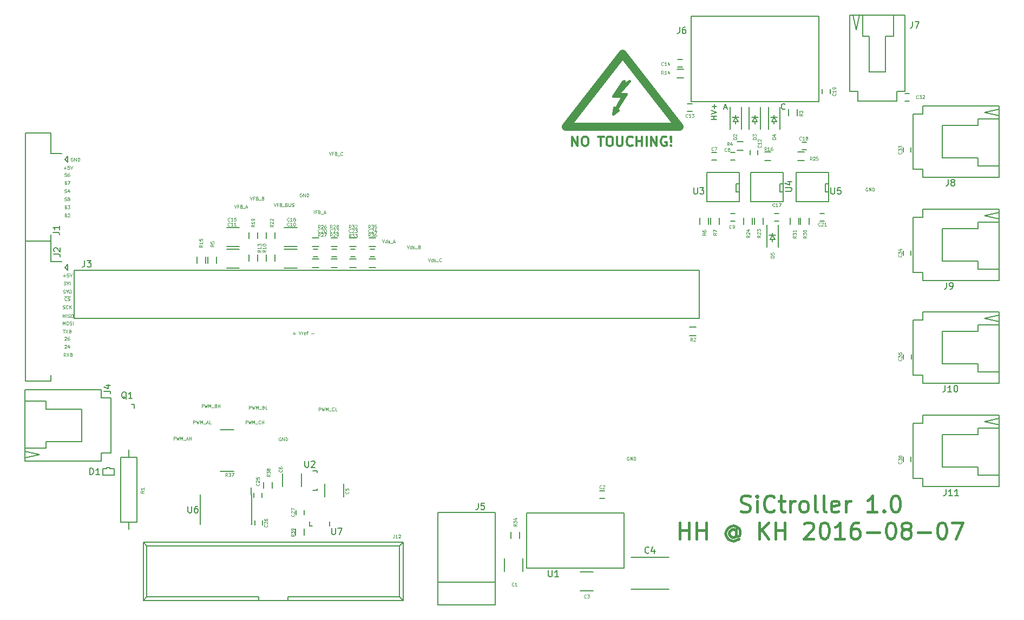
<source format=gto>
G04 #@! TF.FileFunction,Legend,Top*
%FSLAX46Y46*%
G04 Gerber Fmt 4.6, Leading zero omitted, Abs format (unit mm)*
G04 Created by KiCad (PCBNEW (2016-07-28 BZR 6996, Git e15ad93)-product) date Mon Aug  8 00:28:43 2016*
%MOMM*%
%LPD*%
G01*
G04 APERTURE LIST*
%ADD10C,0.100000*%
%ADD11C,0.076200*%
%ADD12C,0.300000*%
%ADD13C,0.127000*%
%ADD14C,0.381000*%
%ADD15C,0.150000*%
%ADD16C,1.270000*%
%ADD17C,0.149860*%
G04 APERTURE END LIST*
D10*
D11*
X6392333Y39013191D02*
X6223000Y39255096D01*
X6102047Y39013191D02*
X6102047Y39521191D01*
X6295571Y39521191D01*
X6343952Y39497000D01*
X6368142Y39472810D01*
X6392333Y39424429D01*
X6392333Y39351858D01*
X6368142Y39303477D01*
X6343952Y39279286D01*
X6295571Y39255096D01*
X6102047Y39255096D01*
X6561666Y39521191D02*
X6900333Y39013191D01*
X6900333Y39521191D02*
X6561666Y39013191D01*
X7263190Y39279286D02*
X7335761Y39255096D01*
X7359952Y39230905D01*
X7384142Y39182524D01*
X7384142Y39109953D01*
X7359952Y39061572D01*
X7335761Y39037381D01*
X7287380Y39013191D01*
X7093857Y39013191D01*
X7093857Y39521191D01*
X7263190Y39521191D01*
X7311571Y39497000D01*
X7335761Y39472810D01*
X7359952Y39424429D01*
X7359952Y39376048D01*
X7335761Y39327667D01*
X7311571Y39303477D01*
X7263190Y39279286D01*
X7093857Y39279286D01*
X6216952Y40742810D02*
X6241142Y40767000D01*
X6289523Y40791191D01*
X6410476Y40791191D01*
X6458857Y40767000D01*
X6483047Y40742810D01*
X6507238Y40694429D01*
X6507238Y40646048D01*
X6483047Y40573477D01*
X6192761Y40283191D01*
X6507238Y40283191D01*
X6942666Y40621858D02*
X6942666Y40283191D01*
X6821714Y40815381D02*
X6700761Y40452524D01*
X7015238Y40452524D01*
X6216952Y42012810D02*
X6241142Y42037000D01*
X6289523Y42061191D01*
X6410476Y42061191D01*
X6458857Y42037000D01*
X6483047Y42012810D01*
X6507238Y41964429D01*
X6507238Y41916048D01*
X6483047Y41843477D01*
X6192761Y41553191D01*
X6507238Y41553191D01*
X6942666Y42061191D02*
X6845904Y42061191D01*
X6797523Y42037000D01*
X6773333Y42012810D01*
X6724952Y41940239D01*
X6700761Y41843477D01*
X6700761Y41649953D01*
X6724952Y41601572D01*
X6749142Y41577381D01*
X6797523Y41553191D01*
X6894285Y41553191D01*
X6942666Y41577381D01*
X6966857Y41601572D01*
X6991047Y41649953D01*
X6991047Y41770905D01*
X6966857Y41819286D01*
X6942666Y41843477D01*
X6894285Y41867667D01*
X6797523Y41867667D01*
X6749142Y41843477D01*
X6724952Y41819286D01*
X6700761Y41770905D01*
X5962952Y43204191D02*
X6253238Y43204191D01*
X6108095Y42696191D02*
X6108095Y43204191D01*
X6374190Y43204191D02*
X6712857Y42696191D01*
X6712857Y43204191D02*
X6374190Y42696191D01*
X7075714Y42962286D02*
X7148285Y42938096D01*
X7172476Y42913905D01*
X7196666Y42865524D01*
X7196666Y42792953D01*
X7172476Y42744572D01*
X7148285Y42720381D01*
X7099904Y42696191D01*
X6906380Y42696191D01*
X6906380Y43204191D01*
X7075714Y43204191D01*
X7124095Y43180000D01*
X7148285Y43155810D01*
X7172476Y43107429D01*
X7172476Y43059048D01*
X7148285Y43010667D01*
X7124095Y42986477D01*
X7075714Y42962286D01*
X6906380Y42962286D01*
X5932714Y43966191D02*
X5932714Y44474191D01*
X6102047Y44111334D01*
X6271380Y44474191D01*
X6271380Y43966191D01*
X6610047Y44474191D02*
X6706809Y44474191D01*
X6755190Y44450000D01*
X6803571Y44401620D01*
X6827761Y44304858D01*
X6827761Y44135524D01*
X6803571Y44038762D01*
X6755190Y43990381D01*
X6706809Y43966191D01*
X6610047Y43966191D01*
X6561666Y43990381D01*
X6513285Y44038762D01*
X6489095Y44135524D01*
X6489095Y44304858D01*
X6513285Y44401620D01*
X6561666Y44450000D01*
X6610047Y44474191D01*
X7021285Y43990381D02*
X7093857Y43966191D01*
X7214809Y43966191D01*
X7263190Y43990381D01*
X7287380Y44014572D01*
X7311571Y44062953D01*
X7311571Y44111334D01*
X7287380Y44159715D01*
X7263190Y44183905D01*
X7214809Y44208096D01*
X7118047Y44232286D01*
X7069666Y44256477D01*
X7045476Y44280667D01*
X7021285Y44329048D01*
X7021285Y44377429D01*
X7045476Y44425810D01*
X7069666Y44450000D01*
X7118047Y44474191D01*
X7239000Y44474191D01*
X7311571Y44450000D01*
X7529285Y43966191D02*
X7529285Y44474191D01*
X5932714Y45109191D02*
X5932714Y45617191D01*
X6102047Y45254334D01*
X6271380Y45617191D01*
X6271380Y45109191D01*
X6513285Y45109191D02*
X6513285Y45617191D01*
X6731000Y45133381D02*
X6803571Y45109191D01*
X6924523Y45109191D01*
X6972904Y45133381D01*
X6997095Y45157572D01*
X7021285Y45205953D01*
X7021285Y45254334D01*
X6997095Y45302715D01*
X6972904Y45326905D01*
X6924523Y45351096D01*
X6827761Y45375286D01*
X6779380Y45399477D01*
X6755190Y45423667D01*
X6731000Y45472048D01*
X6731000Y45520429D01*
X6755190Y45568810D01*
X6779380Y45593000D01*
X6827761Y45617191D01*
X6948714Y45617191D01*
X7021285Y45593000D01*
X7335761Y45617191D02*
X7432523Y45617191D01*
X7480904Y45593000D01*
X7529285Y45544620D01*
X7553476Y45447858D01*
X7553476Y45278524D01*
X7529285Y45181762D01*
X7480904Y45133381D01*
X7432523Y45109191D01*
X7335761Y45109191D01*
X7287380Y45133381D01*
X7239000Y45181762D01*
X7214809Y45278524D01*
X7214809Y45447858D01*
X7239000Y45544620D01*
X7287380Y45593000D01*
X7335761Y45617191D01*
X5950857Y46530381D02*
X6023428Y46506191D01*
X6144380Y46506191D01*
X6192761Y46530381D01*
X6216952Y46554572D01*
X6241142Y46602953D01*
X6241142Y46651334D01*
X6216952Y46699715D01*
X6192761Y46723905D01*
X6144380Y46748096D01*
X6047619Y46772286D01*
X5999238Y46796477D01*
X5975047Y46820667D01*
X5950857Y46869048D01*
X5950857Y46917429D01*
X5975047Y46965810D01*
X5999238Y46990000D01*
X6047619Y47014191D01*
X6168571Y47014191D01*
X6241142Y46990000D01*
X6749142Y46554572D02*
X6724952Y46530381D01*
X6652380Y46506191D01*
X6604000Y46506191D01*
X6531428Y46530381D01*
X6483047Y46578762D01*
X6458857Y46627143D01*
X6434666Y46723905D01*
X6434666Y46796477D01*
X6458857Y46893239D01*
X6483047Y46941620D01*
X6531428Y46990000D01*
X6604000Y47014191D01*
X6652380Y47014191D01*
X6724952Y46990000D01*
X6749142Y46965810D01*
X6966857Y46506191D02*
X6966857Y47014191D01*
X7257142Y46506191D02*
X7039428Y46796477D01*
X7257142Y47014191D02*
X6966857Y46723905D01*
X6197947Y48470820D02*
X6616095Y48470820D01*
X6519333Y47824572D02*
X6495142Y47800381D01*
X6422571Y47776191D01*
X6374190Y47776191D01*
X6301619Y47800381D01*
X6253238Y47848762D01*
X6229047Y47897143D01*
X6204857Y47993905D01*
X6204857Y48066477D01*
X6229047Y48163239D01*
X6253238Y48211620D01*
X6301619Y48260000D01*
X6374190Y48284191D01*
X6422571Y48284191D01*
X6495142Y48260000D01*
X6519333Y48235810D01*
X6616095Y48470820D02*
X7099904Y48470820D01*
X6712857Y47800381D02*
X6785428Y47776191D01*
X6906380Y47776191D01*
X6954761Y47800381D01*
X6978952Y47824572D01*
X7003142Y47872953D01*
X7003142Y47921334D01*
X6978952Y47969715D01*
X6954761Y47993905D01*
X6906380Y48018096D01*
X6809619Y48042286D01*
X6761238Y48066477D01*
X6737047Y48090667D01*
X6712857Y48139048D01*
X6712857Y48187429D01*
X6737047Y48235810D01*
X6761238Y48260000D01*
X6809619Y48284191D01*
X6930571Y48284191D01*
X7003142Y48260000D01*
X5975047Y48943381D02*
X6047619Y48919191D01*
X6168571Y48919191D01*
X6216952Y48943381D01*
X6241142Y48967572D01*
X6265333Y49015953D01*
X6265333Y49064334D01*
X6241142Y49112715D01*
X6216952Y49136905D01*
X6168571Y49161096D01*
X6071809Y49185286D01*
X6023428Y49209477D01*
X5999238Y49233667D01*
X5975047Y49282048D01*
X5975047Y49330429D01*
X5999238Y49378810D01*
X6023428Y49403000D01*
X6071809Y49427191D01*
X6192761Y49427191D01*
X6265333Y49403000D01*
X6579809Y49161096D02*
X6579809Y48919191D01*
X6410476Y49427191D02*
X6579809Y49161096D01*
X6749142Y49427191D01*
X7015238Y49427191D02*
X7112000Y49427191D01*
X7160380Y49403000D01*
X7208761Y49354620D01*
X7232952Y49257858D01*
X7232952Y49088524D01*
X7208761Y48991762D01*
X7160380Y48943381D01*
X7112000Y48919191D01*
X7015238Y48919191D01*
X6966857Y48943381D01*
X6918476Y48991762D01*
X6894285Y49088524D01*
X6894285Y49257858D01*
X6918476Y49354620D01*
X6966857Y49403000D01*
X7015238Y49427191D01*
X6120190Y50213381D02*
X6192761Y50189191D01*
X6313714Y50189191D01*
X6362095Y50213381D01*
X6386285Y50237572D01*
X6410476Y50285953D01*
X6410476Y50334334D01*
X6386285Y50382715D01*
X6362095Y50406905D01*
X6313714Y50431096D01*
X6216952Y50455286D01*
X6168571Y50479477D01*
X6144380Y50503667D01*
X6120190Y50552048D01*
X6120190Y50600429D01*
X6144380Y50648810D01*
X6168571Y50673000D01*
X6216952Y50697191D01*
X6337904Y50697191D01*
X6410476Y50673000D01*
X6724952Y50431096D02*
X6724952Y50189191D01*
X6555619Y50697191D02*
X6724952Y50431096D01*
X6894285Y50697191D01*
X7063619Y50189191D02*
X7063619Y50697191D01*
X5950857Y51652715D02*
X6337904Y51652715D01*
X6144380Y51459191D02*
X6144380Y51846239D01*
X6821714Y51967191D02*
X6579809Y51967191D01*
X6555619Y51725286D01*
X6579809Y51749477D01*
X6628190Y51773667D01*
X6749142Y51773667D01*
X6797523Y51749477D01*
X6821714Y51725286D01*
X6845904Y51676905D01*
X6845904Y51555953D01*
X6821714Y51507572D01*
X6797523Y51483381D01*
X6749142Y51459191D01*
X6628190Y51459191D01*
X6579809Y51483381D01*
X6555619Y51507572D01*
X6991047Y51967191D02*
X7160380Y51459191D01*
X7329714Y51967191D01*
X6398380Y61123286D02*
X6470952Y61099096D01*
X6495142Y61074905D01*
X6519333Y61026524D01*
X6519333Y60953953D01*
X6495142Y60905572D01*
X6470952Y60881381D01*
X6422571Y60857191D01*
X6229047Y60857191D01*
X6229047Y61365191D01*
X6398380Y61365191D01*
X6446761Y61341000D01*
X6470952Y61316810D01*
X6495142Y61268429D01*
X6495142Y61220048D01*
X6470952Y61171667D01*
X6446761Y61147477D01*
X6398380Y61123286D01*
X6229047Y61123286D01*
X6712857Y61316810D02*
X6737047Y61341000D01*
X6785428Y61365191D01*
X6906380Y61365191D01*
X6954761Y61341000D01*
X6978952Y61316810D01*
X7003142Y61268429D01*
X7003142Y61220048D01*
X6978952Y61147477D01*
X6688666Y60857191D01*
X7003142Y60857191D01*
X6398380Y62393286D02*
X6470952Y62369096D01*
X6495142Y62344905D01*
X6519333Y62296524D01*
X6519333Y62223953D01*
X6495142Y62175572D01*
X6470952Y62151381D01*
X6422571Y62127191D01*
X6229047Y62127191D01*
X6229047Y62635191D01*
X6398380Y62635191D01*
X6446761Y62611000D01*
X6470952Y62586810D01*
X6495142Y62538429D01*
X6495142Y62490048D01*
X6470952Y62441667D01*
X6446761Y62417477D01*
X6398380Y62393286D01*
X6229047Y62393286D01*
X6688666Y62635191D02*
X7003142Y62635191D01*
X6833809Y62441667D01*
X6906380Y62441667D01*
X6954761Y62417477D01*
X6978952Y62393286D01*
X7003142Y62344905D01*
X7003142Y62223953D01*
X6978952Y62175572D01*
X6954761Y62151381D01*
X6906380Y62127191D01*
X6761238Y62127191D01*
X6712857Y62151381D01*
X6688666Y62175572D01*
X6483047Y63905191D02*
X6241142Y63905191D01*
X6216952Y63663286D01*
X6241142Y63687477D01*
X6289523Y63711667D01*
X6410476Y63711667D01*
X6458857Y63687477D01*
X6483047Y63663286D01*
X6507238Y63614905D01*
X6507238Y63493953D01*
X6483047Y63445572D01*
X6458857Y63421381D01*
X6410476Y63397191D01*
X6289523Y63397191D01*
X6241142Y63421381D01*
X6216952Y63445572D01*
X6797523Y63687477D02*
X6749142Y63711667D01*
X6724952Y63735858D01*
X6700761Y63784239D01*
X6700761Y63808429D01*
X6724952Y63856810D01*
X6749142Y63881000D01*
X6797523Y63905191D01*
X6894285Y63905191D01*
X6942666Y63881000D01*
X6966857Y63856810D01*
X6991047Y63808429D01*
X6991047Y63784239D01*
X6966857Y63735858D01*
X6942666Y63711667D01*
X6894285Y63687477D01*
X6797523Y63687477D01*
X6749142Y63663286D01*
X6724952Y63639096D01*
X6700761Y63590715D01*
X6700761Y63493953D01*
X6724952Y63445572D01*
X6749142Y63421381D01*
X6797523Y63397191D01*
X6894285Y63397191D01*
X6942666Y63421381D01*
X6966857Y63445572D01*
X6991047Y63493953D01*
X6991047Y63590715D01*
X6966857Y63639096D01*
X6942666Y63663286D01*
X6894285Y63687477D01*
X6483047Y65175191D02*
X6241142Y65175191D01*
X6216952Y64933286D01*
X6241142Y64957477D01*
X6289523Y64981667D01*
X6410476Y64981667D01*
X6458857Y64957477D01*
X6483047Y64933286D01*
X6507238Y64884905D01*
X6507238Y64763953D01*
X6483047Y64715572D01*
X6458857Y64691381D01*
X6410476Y64667191D01*
X6289523Y64667191D01*
X6241142Y64691381D01*
X6216952Y64715572D01*
X6942666Y65005858D02*
X6942666Y64667191D01*
X6821714Y65199381D02*
X6700761Y64836524D01*
X7015238Y64836524D01*
X6398380Y66203286D02*
X6470952Y66179096D01*
X6495142Y66154905D01*
X6519333Y66106524D01*
X6519333Y66033953D01*
X6495142Y65985572D01*
X6470952Y65961381D01*
X6422571Y65937191D01*
X6229047Y65937191D01*
X6229047Y66445191D01*
X6398380Y66445191D01*
X6446761Y66421000D01*
X6470952Y66396810D01*
X6495142Y66348429D01*
X6495142Y66300048D01*
X6470952Y66251667D01*
X6446761Y66227477D01*
X6398380Y66203286D01*
X6229047Y66203286D01*
X6688666Y66445191D02*
X7027333Y66445191D01*
X6809619Y65937191D01*
X6483047Y67715191D02*
X6241142Y67715191D01*
X6216952Y67473286D01*
X6241142Y67497477D01*
X6289523Y67521667D01*
X6410476Y67521667D01*
X6458857Y67497477D01*
X6483047Y67473286D01*
X6507238Y67424905D01*
X6507238Y67303953D01*
X6483047Y67255572D01*
X6458857Y67231381D01*
X6410476Y67207191D01*
X6289523Y67207191D01*
X6241142Y67231381D01*
X6216952Y67255572D01*
X6942666Y67715191D02*
X6845904Y67715191D01*
X6797523Y67691000D01*
X6773333Y67666810D01*
X6724952Y67594239D01*
X6700761Y67497477D01*
X6700761Y67303953D01*
X6724952Y67255572D01*
X6749142Y67231381D01*
X6797523Y67207191D01*
X6894285Y67207191D01*
X6942666Y67231381D01*
X6966857Y67255572D01*
X6991047Y67303953D01*
X6991047Y67424905D01*
X6966857Y67473286D01*
X6942666Y67497477D01*
X6894285Y67521667D01*
X6797523Y67521667D01*
X6749142Y67497477D01*
X6724952Y67473286D01*
X6700761Y67424905D01*
X6077857Y68543715D02*
X6464904Y68543715D01*
X6271380Y68350191D02*
X6271380Y68737239D01*
X6948714Y68858191D02*
X6706809Y68858191D01*
X6682619Y68616286D01*
X6706809Y68640477D01*
X6755190Y68664667D01*
X6876142Y68664667D01*
X6924523Y68640477D01*
X6948714Y68616286D01*
X6972904Y68567905D01*
X6972904Y68446953D01*
X6948714Y68398572D01*
X6924523Y68374381D01*
X6876142Y68350191D01*
X6755190Y68350191D01*
X6706809Y68374381D01*
X6682619Y68398572D01*
X7118047Y68858191D02*
X7287380Y68350191D01*
X7456714Y68858191D01*
X7486952Y70104000D02*
X7438571Y70128191D01*
X7366000Y70128191D01*
X7293428Y70104000D01*
X7245047Y70055620D01*
X7220857Y70007239D01*
X7196666Y69910477D01*
X7196666Y69837905D01*
X7220857Y69741143D01*
X7245047Y69692762D01*
X7293428Y69644381D01*
X7366000Y69620191D01*
X7414380Y69620191D01*
X7486952Y69644381D01*
X7511142Y69668572D01*
X7511142Y69837905D01*
X7414380Y69837905D01*
X7728857Y69620191D02*
X7728857Y70128191D01*
X8019142Y69620191D01*
X8019142Y70128191D01*
X8261047Y69620191D02*
X8261047Y70128191D01*
X8382000Y70128191D01*
X8454571Y70104000D01*
X8502952Y70055620D01*
X8527142Y70007239D01*
X8551333Y69910477D01*
X8551333Y69837905D01*
X8527142Y69741143D01*
X8502952Y69692762D01*
X8454571Y69644381D01*
X8382000Y69620191D01*
X8261047Y69620191D01*
D12*
X85630714Y71965429D02*
X85630714Y73465429D01*
X86487857Y71965429D01*
X86487857Y73465429D01*
X87487857Y73465429D02*
X87773571Y73465429D01*
X87916428Y73394000D01*
X88059285Y73251143D01*
X88130714Y72965429D01*
X88130714Y72465429D01*
X88059285Y72179715D01*
X87916428Y72036858D01*
X87773571Y71965429D01*
X87487857Y71965429D01*
X87345000Y72036858D01*
X87202142Y72179715D01*
X87130714Y72465429D01*
X87130714Y72965429D01*
X87202142Y73251143D01*
X87345000Y73394000D01*
X87487857Y73465429D01*
X89702142Y73465429D02*
X90559285Y73465429D01*
X90130714Y71965429D02*
X90130714Y73465429D01*
X91345000Y73465429D02*
X91630714Y73465429D01*
X91773571Y73394000D01*
X91916428Y73251143D01*
X91987857Y72965429D01*
X91987857Y72465429D01*
X91916428Y72179715D01*
X91773571Y72036858D01*
X91630714Y71965429D01*
X91345000Y71965429D01*
X91202142Y72036858D01*
X91059285Y72179715D01*
X90987857Y72465429D01*
X90987857Y72965429D01*
X91059285Y73251143D01*
X91202142Y73394000D01*
X91345000Y73465429D01*
X92630714Y73465429D02*
X92630714Y72251143D01*
X92702142Y72108286D01*
X92773571Y72036858D01*
X92916428Y71965429D01*
X93202142Y71965429D01*
X93345000Y72036858D01*
X93416428Y72108286D01*
X93487857Y72251143D01*
X93487857Y73465429D01*
X95059285Y72108286D02*
X94987857Y72036858D01*
X94773571Y71965429D01*
X94630714Y71965429D01*
X94416428Y72036858D01*
X94273571Y72179715D01*
X94202142Y72322572D01*
X94130714Y72608286D01*
X94130714Y72822572D01*
X94202142Y73108286D01*
X94273571Y73251143D01*
X94416428Y73394000D01*
X94630714Y73465429D01*
X94773571Y73465429D01*
X94987857Y73394000D01*
X95059285Y73322572D01*
X95702142Y71965429D02*
X95702142Y73465429D01*
X95702142Y72751143D02*
X96559285Y72751143D01*
X96559285Y71965429D02*
X96559285Y73465429D01*
X97273571Y71965429D02*
X97273571Y73465429D01*
X97987857Y71965429D02*
X97987857Y73465429D01*
X98845000Y71965429D01*
X98845000Y73465429D01*
X100345000Y73394000D02*
X100202142Y73465429D01*
X99987857Y73465429D01*
X99773571Y73394000D01*
X99630714Y73251143D01*
X99559285Y73108286D01*
X99487857Y72822572D01*
X99487857Y72608286D01*
X99559285Y72322572D01*
X99630714Y72179715D01*
X99773571Y72036858D01*
X99987857Y71965429D01*
X100130714Y71965429D01*
X100345000Y72036858D01*
X100416428Y72108286D01*
X100416428Y72608286D01*
X100130714Y72608286D01*
X101059285Y72108286D02*
X101130714Y72036858D01*
X101059285Y71965429D01*
X100987857Y72036858D01*
X101059285Y72108286D01*
X101059285Y71965429D01*
X101059285Y72536858D02*
X100987857Y73394000D01*
X101059285Y73465429D01*
X101130714Y73394000D01*
X101059285Y72536858D01*
X101059285Y73465429D01*
D13*
X118893166Y77787500D02*
X118850833Y77745167D01*
X118723833Y77702834D01*
X118639166Y77702834D01*
X118512166Y77745167D01*
X118427500Y77829834D01*
X118385166Y77914500D01*
X118342833Y78083834D01*
X118342833Y78210834D01*
X118385166Y78380167D01*
X118427500Y78464834D01*
X118512166Y78549500D01*
X118639166Y78591834D01*
X118723833Y78591834D01*
X118850833Y78549500D01*
X118893166Y78507167D01*
X109389333Y77956834D02*
X109812666Y77956834D01*
X109304666Y77702834D02*
X109601000Y78591834D01*
X109897333Y77702834D01*
X108225166Y76157667D02*
X107336166Y76157667D01*
X107759500Y76157667D02*
X107759500Y76665667D01*
X108225166Y76665667D02*
X107336166Y76665667D01*
X107336166Y76962000D02*
X108225166Y77258334D01*
X107336166Y77554667D01*
X107886500Y77851000D02*
X107886500Y78528334D01*
X108225166Y78189667D02*
X107547833Y78189667D01*
D11*
X23247047Y25932191D02*
X23247047Y26440191D01*
X23440571Y26440191D01*
X23488952Y26416000D01*
X23513142Y26391810D01*
X23537333Y26343429D01*
X23537333Y26270858D01*
X23513142Y26222477D01*
X23488952Y26198286D01*
X23440571Y26174096D01*
X23247047Y26174096D01*
X23706666Y26440191D02*
X23827619Y25932191D01*
X23924380Y26295048D01*
X24021142Y25932191D01*
X24142095Y26440191D01*
X24335619Y25932191D02*
X24335619Y26440191D01*
X24504952Y26077334D01*
X24674285Y26440191D01*
X24674285Y25932191D01*
X24795238Y25883810D02*
X25182285Y25883810D01*
X25279047Y26077334D02*
X25520952Y26077334D01*
X25230666Y25932191D02*
X25400000Y26440191D01*
X25569333Y25932191D01*
X25738666Y25932191D02*
X25738666Y26440191D01*
X25738666Y26198286D02*
X26028952Y26198286D01*
X26028952Y25932191D02*
X26028952Y26440191D01*
X26355523Y28472191D02*
X26355523Y28980191D01*
X26549047Y28980191D01*
X26597428Y28956000D01*
X26621619Y28931810D01*
X26645809Y28883429D01*
X26645809Y28810858D01*
X26621619Y28762477D01*
X26597428Y28738286D01*
X26549047Y28714096D01*
X26355523Y28714096D01*
X26815142Y28980191D02*
X26936095Y28472191D01*
X27032857Y28835048D01*
X27129619Y28472191D01*
X27250571Y28980191D01*
X27444095Y28472191D02*
X27444095Y28980191D01*
X27613428Y28617334D01*
X27782761Y28980191D01*
X27782761Y28472191D01*
X27903714Y28423810D02*
X28290761Y28423810D01*
X28387523Y28617334D02*
X28629428Y28617334D01*
X28339142Y28472191D02*
X28508476Y28980191D01*
X28677809Y28472191D01*
X29089047Y28472191D02*
X28847142Y28472191D01*
X28847142Y28980191D01*
X27655761Y31012191D02*
X27655761Y31520191D01*
X27849285Y31520191D01*
X27897666Y31496000D01*
X27921857Y31471810D01*
X27946047Y31423429D01*
X27946047Y31350858D01*
X27921857Y31302477D01*
X27897666Y31278286D01*
X27849285Y31254096D01*
X27655761Y31254096D01*
X28115380Y31520191D02*
X28236333Y31012191D01*
X28333095Y31375048D01*
X28429857Y31012191D01*
X28550809Y31520191D01*
X28744333Y31012191D02*
X28744333Y31520191D01*
X28913666Y31157334D01*
X29083000Y31520191D01*
X29083000Y31012191D01*
X29203952Y30963810D02*
X29591000Y30963810D01*
X29881285Y31278286D02*
X29953857Y31254096D01*
X29978047Y31229905D01*
X30002238Y31181524D01*
X30002238Y31108953D01*
X29978047Y31060572D01*
X29953857Y31036381D01*
X29905476Y31012191D01*
X29711952Y31012191D01*
X29711952Y31520191D01*
X29881285Y31520191D01*
X29929666Y31496000D01*
X29953857Y31471810D01*
X29978047Y31423429D01*
X29978047Y31375048D01*
X29953857Y31326667D01*
X29929666Y31302477D01*
X29881285Y31278286D01*
X29711952Y31278286D01*
X30219952Y31012191D02*
X30219952Y31520191D01*
X30219952Y31278286D02*
X30510238Y31278286D01*
X30510238Y31012191D02*
X30510238Y31520191D01*
X34513761Y28472191D02*
X34513761Y28980191D01*
X34707285Y28980191D01*
X34755666Y28956000D01*
X34779857Y28931810D01*
X34804047Y28883429D01*
X34804047Y28810858D01*
X34779857Y28762477D01*
X34755666Y28738286D01*
X34707285Y28714096D01*
X34513761Y28714096D01*
X34973380Y28980191D02*
X35094333Y28472191D01*
X35191095Y28835048D01*
X35287857Y28472191D01*
X35408809Y28980191D01*
X35602333Y28472191D02*
X35602333Y28980191D01*
X35771666Y28617334D01*
X35941000Y28980191D01*
X35941000Y28472191D01*
X36061952Y28423810D02*
X36449000Y28423810D01*
X36860238Y28520572D02*
X36836047Y28496381D01*
X36763476Y28472191D01*
X36715095Y28472191D01*
X36642523Y28496381D01*
X36594142Y28544762D01*
X36569952Y28593143D01*
X36545761Y28689905D01*
X36545761Y28762477D01*
X36569952Y28859239D01*
X36594142Y28907620D01*
X36642523Y28956000D01*
X36715095Y28980191D01*
X36763476Y28980191D01*
X36836047Y28956000D01*
X36860238Y28931810D01*
X37077952Y28472191D02*
X37077952Y28980191D01*
X37077952Y28738286D02*
X37368238Y28738286D01*
X37368238Y28472191D02*
X37368238Y28980191D01*
X35082238Y30758191D02*
X35082238Y31266191D01*
X35275761Y31266191D01*
X35324142Y31242000D01*
X35348333Y31217810D01*
X35372523Y31169429D01*
X35372523Y31096858D01*
X35348333Y31048477D01*
X35324142Y31024286D01*
X35275761Y31000096D01*
X35082238Y31000096D01*
X35541857Y31266191D02*
X35662809Y30758191D01*
X35759571Y31121048D01*
X35856333Y30758191D01*
X35977285Y31266191D01*
X36170809Y30758191D02*
X36170809Y31266191D01*
X36340142Y30903334D01*
X36509476Y31266191D01*
X36509476Y30758191D01*
X36630428Y30709810D02*
X37017476Y30709810D01*
X37307761Y31024286D02*
X37380333Y31000096D01*
X37404523Y30975905D01*
X37428714Y30927524D01*
X37428714Y30854953D01*
X37404523Y30806572D01*
X37380333Y30782381D01*
X37331952Y30758191D01*
X37138428Y30758191D01*
X37138428Y31266191D01*
X37307761Y31266191D01*
X37356142Y31242000D01*
X37380333Y31217810D01*
X37404523Y31169429D01*
X37404523Y31121048D01*
X37380333Y31072667D01*
X37356142Y31048477D01*
X37307761Y31024286D01*
X37138428Y31024286D01*
X37888333Y30758191D02*
X37646428Y30758191D01*
X37646428Y31266191D01*
X41928142Y42635715D02*
X42315190Y42635715D01*
X42121666Y42442191D02*
X42121666Y42829239D01*
X42871571Y42950191D02*
X43040904Y42442191D01*
X43210238Y42950191D01*
X43379571Y42442191D02*
X43379571Y42780858D01*
X43379571Y42684096D02*
X43403761Y42732477D01*
X43427952Y42756667D01*
X43476333Y42780858D01*
X43524714Y42780858D01*
X43887571Y42466381D02*
X43839190Y42442191D01*
X43742428Y42442191D01*
X43694047Y42466381D01*
X43669857Y42514762D01*
X43669857Y42708286D01*
X43694047Y42756667D01*
X43742428Y42780858D01*
X43839190Y42780858D01*
X43887571Y42756667D01*
X43911761Y42708286D01*
X43911761Y42659905D01*
X43669857Y42611524D01*
X44056904Y42780858D02*
X44250428Y42780858D01*
X44129476Y42442191D02*
X44129476Y42877620D01*
X44153666Y42926000D01*
X44202047Y42950191D01*
X44250428Y42950191D01*
X44806809Y42635715D02*
X45193857Y42635715D01*
X46004238Y30504191D02*
X46004238Y31012191D01*
X46197761Y31012191D01*
X46246142Y30988000D01*
X46270333Y30963810D01*
X46294523Y30915429D01*
X46294523Y30842858D01*
X46270333Y30794477D01*
X46246142Y30770286D01*
X46197761Y30746096D01*
X46004238Y30746096D01*
X46463857Y31012191D02*
X46584809Y30504191D01*
X46681571Y30867048D01*
X46778333Y30504191D01*
X46899285Y31012191D01*
X47092809Y30504191D02*
X47092809Y31012191D01*
X47262142Y30649334D01*
X47431476Y31012191D01*
X47431476Y30504191D01*
X47552428Y30455810D02*
X47939476Y30455810D01*
X48350714Y30552572D02*
X48326523Y30528381D01*
X48253952Y30504191D01*
X48205571Y30504191D01*
X48133000Y30528381D01*
X48084619Y30576762D01*
X48060428Y30625143D01*
X48036238Y30721905D01*
X48036238Y30794477D01*
X48060428Y30891239D01*
X48084619Y30939620D01*
X48133000Y30988000D01*
X48205571Y31012191D01*
X48253952Y31012191D01*
X48326523Y30988000D01*
X48350714Y30963810D01*
X48810333Y30504191D02*
X48568428Y30504191D01*
X48568428Y31012191D01*
X55880000Y57301191D02*
X56049333Y56793191D01*
X56218666Y57301191D01*
X56605714Y56793191D02*
X56605714Y57301191D01*
X56605714Y56817381D02*
X56557333Y56793191D01*
X56460571Y56793191D01*
X56412190Y56817381D01*
X56388000Y56841572D01*
X56363809Y56889953D01*
X56363809Y57035096D01*
X56388000Y57083477D01*
X56412190Y57107667D01*
X56460571Y57131858D01*
X56557333Y57131858D01*
X56605714Y57107667D01*
X56823428Y56817381D02*
X56871809Y56793191D01*
X56968571Y56793191D01*
X57016952Y56817381D01*
X57041142Y56865762D01*
X57041142Y56889953D01*
X57016952Y56938334D01*
X56968571Y56962524D01*
X56896000Y56962524D01*
X56847619Y56986715D01*
X56823428Y57035096D01*
X56823428Y57059286D01*
X56847619Y57107667D01*
X56896000Y57131858D01*
X56968571Y57131858D01*
X57016952Y57107667D01*
X57137904Y56744810D02*
X57524952Y56744810D01*
X57621714Y56938334D02*
X57863619Y56938334D01*
X57573333Y56793191D02*
X57742666Y57301191D01*
X57912000Y56793191D01*
X59780714Y56412191D02*
X59950047Y55904191D01*
X60119380Y56412191D01*
X60506428Y55904191D02*
X60506428Y56412191D01*
X60506428Y55928381D02*
X60458047Y55904191D01*
X60361285Y55904191D01*
X60312904Y55928381D01*
X60288714Y55952572D01*
X60264523Y56000953D01*
X60264523Y56146096D01*
X60288714Y56194477D01*
X60312904Y56218667D01*
X60361285Y56242858D01*
X60458047Y56242858D01*
X60506428Y56218667D01*
X60724142Y55928381D02*
X60772523Y55904191D01*
X60869285Y55904191D01*
X60917666Y55928381D01*
X60941857Y55976762D01*
X60941857Y56000953D01*
X60917666Y56049334D01*
X60869285Y56073524D01*
X60796714Y56073524D01*
X60748333Y56097715D01*
X60724142Y56146096D01*
X60724142Y56170286D01*
X60748333Y56218667D01*
X60796714Y56242858D01*
X60869285Y56242858D01*
X60917666Y56218667D01*
X61038619Y55855810D02*
X61425666Y55855810D01*
X61715952Y56170286D02*
X61788523Y56146096D01*
X61812714Y56121905D01*
X61836904Y56073524D01*
X61836904Y56000953D01*
X61812714Y55952572D01*
X61788523Y55928381D01*
X61740142Y55904191D01*
X61546619Y55904191D01*
X61546619Y56412191D01*
X61715952Y56412191D01*
X61764333Y56388000D01*
X61788523Y56363810D01*
X61812714Y56315429D01*
X61812714Y56267048D01*
X61788523Y56218667D01*
X61764333Y56194477D01*
X61715952Y56170286D01*
X61546619Y56170286D01*
X63082714Y54380191D02*
X63252047Y53872191D01*
X63421380Y54380191D01*
X63808428Y53872191D02*
X63808428Y54380191D01*
X63808428Y53896381D02*
X63760047Y53872191D01*
X63663285Y53872191D01*
X63614904Y53896381D01*
X63590714Y53920572D01*
X63566523Y53968953D01*
X63566523Y54114096D01*
X63590714Y54162477D01*
X63614904Y54186667D01*
X63663285Y54210858D01*
X63760047Y54210858D01*
X63808428Y54186667D01*
X64026142Y53896381D02*
X64074523Y53872191D01*
X64171285Y53872191D01*
X64219666Y53896381D01*
X64243857Y53944762D01*
X64243857Y53968953D01*
X64219666Y54017334D01*
X64171285Y54041524D01*
X64098714Y54041524D01*
X64050333Y54065715D01*
X64026142Y54114096D01*
X64026142Y54138286D01*
X64050333Y54186667D01*
X64098714Y54210858D01*
X64171285Y54210858D01*
X64219666Y54186667D01*
X64340619Y53823810D02*
X64727666Y53823810D01*
X65138904Y53920572D02*
X65114714Y53896381D01*
X65042142Y53872191D01*
X64993761Y53872191D01*
X64921190Y53896381D01*
X64872809Y53944762D01*
X64848619Y53993143D01*
X64824428Y54089905D01*
X64824428Y54162477D01*
X64848619Y54259239D01*
X64872809Y54307620D01*
X64921190Y54356000D01*
X64993761Y54380191D01*
X65042142Y54380191D01*
X65114714Y54356000D01*
X65138904Y54331810D01*
X47552428Y71017191D02*
X47721761Y70509191D01*
X47891095Y71017191D01*
X48229761Y70775286D02*
X48060428Y70775286D01*
X48060428Y70509191D02*
X48060428Y71017191D01*
X48302333Y71017191D01*
X48665190Y70775286D02*
X48737761Y70751096D01*
X48761952Y70726905D01*
X48786142Y70678524D01*
X48786142Y70605953D01*
X48761952Y70557572D01*
X48737761Y70533381D01*
X48689380Y70509191D01*
X48495857Y70509191D01*
X48495857Y71017191D01*
X48665190Y71017191D01*
X48713571Y70993000D01*
X48737761Y70968810D01*
X48761952Y70920429D01*
X48761952Y70872048D01*
X48737761Y70823667D01*
X48713571Y70799477D01*
X48665190Y70775286D01*
X48495857Y70775286D01*
X48882904Y70460810D02*
X49269952Y70460810D01*
X49681190Y70557572D02*
X49657000Y70533381D01*
X49584428Y70509191D01*
X49536047Y70509191D01*
X49463476Y70533381D01*
X49415095Y70581762D01*
X49390904Y70630143D01*
X49366714Y70726905D01*
X49366714Y70799477D01*
X49390904Y70896239D01*
X49415095Y70944620D01*
X49463476Y70993000D01*
X49536047Y71017191D01*
X49584428Y71017191D01*
X49657000Y70993000D01*
X49681190Y70968810D01*
X45218047Y61365191D02*
X45218047Y61873191D01*
X45629285Y61631286D02*
X45459952Y61631286D01*
X45459952Y61365191D02*
X45459952Y61873191D01*
X45701857Y61873191D01*
X46064714Y61631286D02*
X46137285Y61607096D01*
X46161476Y61582905D01*
X46185666Y61534524D01*
X46185666Y61461953D01*
X46161476Y61413572D01*
X46137285Y61389381D01*
X46088904Y61365191D01*
X45895380Y61365191D01*
X45895380Y61873191D01*
X46064714Y61873191D01*
X46113095Y61849000D01*
X46137285Y61824810D01*
X46161476Y61776429D01*
X46161476Y61728048D01*
X46137285Y61679667D01*
X46113095Y61655477D01*
X46064714Y61631286D01*
X45895380Y61631286D01*
X46282428Y61316810D02*
X46669476Y61316810D01*
X46766238Y61510334D02*
X47008142Y61510334D01*
X46717857Y61365191D02*
X46887190Y61873191D01*
X47056523Y61365191D01*
X38916428Y63016191D02*
X39085761Y62508191D01*
X39255095Y63016191D01*
X39593761Y62774286D02*
X39424428Y62774286D01*
X39424428Y62508191D02*
X39424428Y63016191D01*
X39666333Y63016191D01*
X40029190Y62774286D02*
X40101761Y62750096D01*
X40125952Y62725905D01*
X40150142Y62677524D01*
X40150142Y62604953D01*
X40125952Y62556572D01*
X40101761Y62532381D01*
X40053380Y62508191D01*
X39859857Y62508191D01*
X39859857Y63016191D01*
X40029190Y63016191D01*
X40077571Y62992000D01*
X40101761Y62967810D01*
X40125952Y62919429D01*
X40125952Y62871048D01*
X40101761Y62822667D01*
X40077571Y62798477D01*
X40029190Y62774286D01*
X39859857Y62774286D01*
X40246904Y62459810D02*
X40633952Y62459810D01*
X40924238Y62774286D02*
X40996809Y62750096D01*
X41021000Y62725905D01*
X41045190Y62677524D01*
X41045190Y62604953D01*
X41021000Y62556572D01*
X40996809Y62532381D01*
X40948428Y62508191D01*
X40754904Y62508191D01*
X40754904Y63016191D01*
X40924238Y63016191D01*
X40972619Y62992000D01*
X40996809Y62967810D01*
X41021000Y62919429D01*
X41021000Y62871048D01*
X40996809Y62822667D01*
X40972619Y62798477D01*
X40924238Y62774286D01*
X40754904Y62774286D01*
X41262904Y63016191D02*
X41262904Y62604953D01*
X41287095Y62556572D01*
X41311285Y62532381D01*
X41359666Y62508191D01*
X41456428Y62508191D01*
X41504809Y62532381D01*
X41529000Y62556572D01*
X41553190Y62604953D01*
X41553190Y63016191D01*
X41770904Y62532381D02*
X41843476Y62508191D01*
X41964428Y62508191D01*
X42012809Y62532381D01*
X42037000Y62556572D01*
X42061190Y62604953D01*
X42061190Y62653334D01*
X42037000Y62701715D01*
X42012809Y62725905D01*
X41964428Y62750096D01*
X41867666Y62774286D01*
X41819285Y62798477D01*
X41795095Y62822667D01*
X41770904Y62871048D01*
X41770904Y62919429D01*
X41795095Y62967810D01*
X41819285Y62992000D01*
X41867666Y63016191D01*
X41988619Y63016191D01*
X42061190Y62992000D01*
X35233428Y64032191D02*
X35402761Y63524191D01*
X35572095Y64032191D01*
X35910761Y63790286D02*
X35741428Y63790286D01*
X35741428Y63524191D02*
X35741428Y64032191D01*
X35983333Y64032191D01*
X36346190Y63790286D02*
X36418761Y63766096D01*
X36442952Y63741905D01*
X36467142Y63693524D01*
X36467142Y63620953D01*
X36442952Y63572572D01*
X36418761Y63548381D01*
X36370380Y63524191D01*
X36176857Y63524191D01*
X36176857Y64032191D01*
X36346190Y64032191D01*
X36394571Y64008000D01*
X36418761Y63983810D01*
X36442952Y63935429D01*
X36442952Y63887048D01*
X36418761Y63838667D01*
X36394571Y63814477D01*
X36346190Y63790286D01*
X36176857Y63790286D01*
X36563904Y63475810D02*
X36950952Y63475810D01*
X37241238Y63790286D02*
X37313809Y63766096D01*
X37338000Y63741905D01*
X37362190Y63693524D01*
X37362190Y63620953D01*
X37338000Y63572572D01*
X37313809Y63548381D01*
X37265428Y63524191D01*
X37071904Y63524191D01*
X37071904Y64032191D01*
X37241238Y64032191D01*
X37289619Y64008000D01*
X37313809Y63983810D01*
X37338000Y63935429D01*
X37338000Y63887048D01*
X37313809Y63838667D01*
X37289619Y63814477D01*
X37241238Y63790286D01*
X37071904Y63790286D01*
X32729714Y62762191D02*
X32899047Y62254191D01*
X33068380Y62762191D01*
X33407047Y62520286D02*
X33237714Y62520286D01*
X33237714Y62254191D02*
X33237714Y62762191D01*
X33479619Y62762191D01*
X33842476Y62520286D02*
X33915047Y62496096D01*
X33939238Y62471905D01*
X33963428Y62423524D01*
X33963428Y62350953D01*
X33939238Y62302572D01*
X33915047Y62278381D01*
X33866666Y62254191D01*
X33673142Y62254191D01*
X33673142Y62762191D01*
X33842476Y62762191D01*
X33890857Y62738000D01*
X33915047Y62713810D01*
X33939238Y62665429D01*
X33939238Y62617048D01*
X33915047Y62568667D01*
X33890857Y62544477D01*
X33842476Y62520286D01*
X33673142Y62520286D01*
X34060190Y62205810D02*
X34447238Y62205810D01*
X34544000Y62399334D02*
X34785904Y62399334D01*
X34495619Y62254191D02*
X34664952Y62762191D01*
X34834285Y62254191D01*
X43300952Y64516000D02*
X43252571Y64540191D01*
X43180000Y64540191D01*
X43107428Y64516000D01*
X43059047Y64467620D01*
X43034857Y64419239D01*
X43010666Y64322477D01*
X43010666Y64249905D01*
X43034857Y64153143D01*
X43059047Y64104762D01*
X43107428Y64056381D01*
X43180000Y64032191D01*
X43228380Y64032191D01*
X43300952Y64056381D01*
X43325142Y64080572D01*
X43325142Y64249905D01*
X43228380Y64249905D01*
X43542857Y64032191D02*
X43542857Y64540191D01*
X43833142Y64032191D01*
X43833142Y64540191D01*
X44075047Y64032191D02*
X44075047Y64540191D01*
X44196000Y64540191D01*
X44268571Y64516000D01*
X44316952Y64467620D01*
X44341142Y64419239D01*
X44365333Y64322477D01*
X44365333Y64249905D01*
X44341142Y64153143D01*
X44316952Y64104762D01*
X44268571Y64056381D01*
X44196000Y64032191D01*
X44075047Y64032191D01*
X131819952Y65405000D02*
X131771571Y65429191D01*
X131699000Y65429191D01*
X131626428Y65405000D01*
X131578047Y65356620D01*
X131553857Y65308239D01*
X131529666Y65211477D01*
X131529666Y65138905D01*
X131553857Y65042143D01*
X131578047Y64993762D01*
X131626428Y64945381D01*
X131699000Y64921191D01*
X131747380Y64921191D01*
X131819952Y64945381D01*
X131844142Y64969572D01*
X131844142Y65138905D01*
X131747380Y65138905D01*
X132061857Y64921191D02*
X132061857Y65429191D01*
X132352142Y64921191D01*
X132352142Y65429191D01*
X132594047Y64921191D02*
X132594047Y65429191D01*
X132715000Y65429191D01*
X132787571Y65405000D01*
X132835952Y65356620D01*
X132860142Y65308239D01*
X132884333Y65211477D01*
X132884333Y65138905D01*
X132860142Y65042143D01*
X132835952Y64993762D01*
X132787571Y64945381D01*
X132715000Y64921191D01*
X132594047Y64921191D01*
X94481952Y23241000D02*
X94433571Y23265191D01*
X94361000Y23265191D01*
X94288428Y23241000D01*
X94240047Y23192620D01*
X94215857Y23144239D01*
X94191666Y23047477D01*
X94191666Y22974905D01*
X94215857Y22878143D01*
X94240047Y22829762D01*
X94288428Y22781381D01*
X94361000Y22757191D01*
X94409380Y22757191D01*
X94481952Y22781381D01*
X94506142Y22805572D01*
X94506142Y22974905D01*
X94409380Y22974905D01*
X94723857Y22757191D02*
X94723857Y23265191D01*
X95014142Y22757191D01*
X95014142Y23265191D01*
X95256047Y22757191D02*
X95256047Y23265191D01*
X95377000Y23265191D01*
X95449571Y23241000D01*
X95497952Y23192620D01*
X95522142Y23144239D01*
X95546333Y23047477D01*
X95546333Y22974905D01*
X95522142Y22878143D01*
X95497952Y22829762D01*
X95449571Y22781381D01*
X95377000Y22757191D01*
X95256047Y22757191D01*
X39998952Y26289000D02*
X39950571Y26313191D01*
X39878000Y26313191D01*
X39805428Y26289000D01*
X39757047Y26240620D01*
X39732857Y26192239D01*
X39708666Y26095477D01*
X39708666Y26022905D01*
X39732857Y25926143D01*
X39757047Y25877762D01*
X39805428Y25829381D01*
X39878000Y25805191D01*
X39926380Y25805191D01*
X39998952Y25829381D01*
X40023142Y25853572D01*
X40023142Y26022905D01*
X39926380Y26022905D01*
X40240857Y25805191D02*
X40240857Y26313191D01*
X40531142Y25805191D01*
X40531142Y26313191D01*
X40773047Y25805191D02*
X40773047Y26313191D01*
X40894000Y26313191D01*
X40966571Y26289000D01*
X41014952Y26240620D01*
X41039142Y26192239D01*
X41063333Y26095477D01*
X41063333Y26022905D01*
X41039142Y25926143D01*
X41014952Y25877762D01*
X40966571Y25829381D01*
X40894000Y25805191D01*
X40773047Y25805191D01*
D14*
X112001904Y14783405D02*
X112364761Y14662453D01*
X112969523Y14662453D01*
X113211428Y14783405D01*
X113332380Y14904358D01*
X113453333Y15146262D01*
X113453333Y15388167D01*
X113332380Y15630072D01*
X113211428Y15751024D01*
X112969523Y15871977D01*
X112485714Y15992929D01*
X112243809Y16113881D01*
X112122857Y16234834D01*
X112001904Y16476739D01*
X112001904Y16718643D01*
X112122857Y16960548D01*
X112243809Y17081500D01*
X112485714Y17202453D01*
X113090476Y17202453D01*
X113453333Y17081500D01*
X114541904Y14662453D02*
X114541904Y16355786D01*
X114541904Y17202453D02*
X114420952Y17081500D01*
X114541904Y16960548D01*
X114662857Y17081500D01*
X114541904Y17202453D01*
X114541904Y16960548D01*
X117202857Y14904358D02*
X117081904Y14783405D01*
X116719047Y14662453D01*
X116477142Y14662453D01*
X116114285Y14783405D01*
X115872380Y15025310D01*
X115751428Y15267215D01*
X115630476Y15751024D01*
X115630476Y16113881D01*
X115751428Y16597691D01*
X115872380Y16839596D01*
X116114285Y17081500D01*
X116477142Y17202453D01*
X116719047Y17202453D01*
X117081904Y17081500D01*
X117202857Y16960548D01*
X117928571Y16355786D02*
X118896190Y16355786D01*
X118291428Y17202453D02*
X118291428Y15025310D01*
X118412380Y14783405D01*
X118654285Y14662453D01*
X118896190Y14662453D01*
X119742857Y14662453D02*
X119742857Y16355786D01*
X119742857Y15871977D02*
X119863809Y16113881D01*
X119984761Y16234834D01*
X120226666Y16355786D01*
X120468571Y16355786D01*
X121678095Y14662453D02*
X121436190Y14783405D01*
X121315238Y14904358D01*
X121194285Y15146262D01*
X121194285Y15871977D01*
X121315238Y16113881D01*
X121436190Y16234834D01*
X121678095Y16355786D01*
X122040952Y16355786D01*
X122282857Y16234834D01*
X122403809Y16113881D01*
X122524761Y15871977D01*
X122524761Y15146262D01*
X122403809Y14904358D01*
X122282857Y14783405D01*
X122040952Y14662453D01*
X121678095Y14662453D01*
X123976190Y14662453D02*
X123734285Y14783405D01*
X123613333Y15025310D01*
X123613333Y17202453D01*
X125306666Y14662453D02*
X125064761Y14783405D01*
X124943809Y15025310D01*
X124943809Y17202453D01*
X127241904Y14783405D02*
X127000000Y14662453D01*
X126516190Y14662453D01*
X126274285Y14783405D01*
X126153333Y15025310D01*
X126153333Y15992929D01*
X126274285Y16234834D01*
X126516190Y16355786D01*
X127000000Y16355786D01*
X127241904Y16234834D01*
X127362857Y15992929D01*
X127362857Y15751024D01*
X126153333Y15509120D01*
X128451428Y14662453D02*
X128451428Y16355786D01*
X128451428Y15871977D02*
X128572380Y16113881D01*
X128693333Y16234834D01*
X128935238Y16355786D01*
X129177142Y16355786D01*
X133289523Y14662453D02*
X131838095Y14662453D01*
X132563809Y14662453D02*
X132563809Y17202453D01*
X132321904Y16839596D01*
X132080000Y16597691D01*
X131838095Y16476739D01*
X134378095Y14904358D02*
X134499047Y14783405D01*
X134378095Y14662453D01*
X134257142Y14783405D01*
X134378095Y14904358D01*
X134378095Y14662453D01*
X136071428Y17202453D02*
X136313333Y17202453D01*
X136555238Y17081500D01*
X136676190Y16960548D01*
X136797142Y16718643D01*
X136918095Y16234834D01*
X136918095Y15630072D01*
X136797142Y15146262D01*
X136676190Y14904358D01*
X136555238Y14783405D01*
X136313333Y14662453D01*
X136071428Y14662453D01*
X135829523Y14783405D01*
X135708571Y14904358D01*
X135587619Y15146262D01*
X135466666Y15630072D01*
X135466666Y16234834D01*
X135587619Y16718643D01*
X135708571Y16960548D01*
X135829523Y17081500D01*
X136071428Y17202453D01*
X102446666Y10471453D02*
X102446666Y13011453D01*
X102446666Y11801929D02*
X103898095Y11801929D01*
X103898095Y10471453D02*
X103898095Y13011453D01*
X105107619Y10471453D02*
X105107619Y13011453D01*
X105107619Y11801929D02*
X106559047Y11801929D01*
X106559047Y10471453D02*
X106559047Y13011453D01*
X111276190Y11680977D02*
X111155238Y11801929D01*
X110913333Y11922881D01*
X110671428Y11922881D01*
X110429523Y11801929D01*
X110308571Y11680977D01*
X110187619Y11439072D01*
X110187619Y11197167D01*
X110308571Y10955262D01*
X110429523Y10834310D01*
X110671428Y10713358D01*
X110913333Y10713358D01*
X111155238Y10834310D01*
X111276190Y10955262D01*
X111276190Y11922881D02*
X111276190Y10955262D01*
X111397142Y10834310D01*
X111518095Y10834310D01*
X111760000Y10955262D01*
X111880952Y11197167D01*
X111880952Y11801929D01*
X111639047Y12164786D01*
X111276190Y12406691D01*
X110792380Y12527643D01*
X110308571Y12406691D01*
X109945714Y12164786D01*
X109703809Y11801929D01*
X109582857Y11318120D01*
X109703809Y10834310D01*
X109945714Y10471453D01*
X110308571Y10229548D01*
X110792380Y10108596D01*
X111276190Y10229548D01*
X111639047Y10471453D01*
X114904761Y10471453D02*
X114904761Y13011453D01*
X116356190Y10471453D02*
X115267619Y11922881D01*
X116356190Y13011453D02*
X114904761Y11560024D01*
X117444761Y10471453D02*
X117444761Y13011453D01*
X117444761Y11801929D02*
X118896190Y11801929D01*
X118896190Y10471453D02*
X118896190Y13011453D01*
X121920000Y12769548D02*
X122040952Y12890500D01*
X122282857Y13011453D01*
X122887619Y13011453D01*
X123129523Y12890500D01*
X123250476Y12769548D01*
X123371428Y12527643D01*
X123371428Y12285739D01*
X123250476Y11922881D01*
X121799047Y10471453D01*
X123371428Y10471453D01*
X124943809Y13011453D02*
X125185714Y13011453D01*
X125427619Y12890500D01*
X125548571Y12769548D01*
X125669523Y12527643D01*
X125790476Y12043834D01*
X125790476Y11439072D01*
X125669523Y10955262D01*
X125548571Y10713358D01*
X125427619Y10592405D01*
X125185714Y10471453D01*
X124943809Y10471453D01*
X124701904Y10592405D01*
X124580952Y10713358D01*
X124460000Y10955262D01*
X124339047Y11439072D01*
X124339047Y12043834D01*
X124460000Y12527643D01*
X124580952Y12769548D01*
X124701904Y12890500D01*
X124943809Y13011453D01*
X128209523Y10471453D02*
X126758095Y10471453D01*
X127483809Y10471453D02*
X127483809Y13011453D01*
X127241904Y12648596D01*
X127000000Y12406691D01*
X126758095Y12285739D01*
X130386666Y13011453D02*
X129902857Y13011453D01*
X129660952Y12890500D01*
X129540000Y12769548D01*
X129298095Y12406691D01*
X129177142Y11922881D01*
X129177142Y10955262D01*
X129298095Y10713358D01*
X129419047Y10592405D01*
X129660952Y10471453D01*
X130144761Y10471453D01*
X130386666Y10592405D01*
X130507619Y10713358D01*
X130628571Y10955262D01*
X130628571Y11560024D01*
X130507619Y11801929D01*
X130386666Y11922881D01*
X130144761Y12043834D01*
X129660952Y12043834D01*
X129419047Y11922881D01*
X129298095Y11801929D01*
X129177142Y11560024D01*
X131717142Y11439072D02*
X133652380Y11439072D01*
X135345714Y13011453D02*
X135587619Y13011453D01*
X135829523Y12890500D01*
X135950476Y12769548D01*
X136071428Y12527643D01*
X136192380Y12043834D01*
X136192380Y11439072D01*
X136071428Y10955262D01*
X135950476Y10713358D01*
X135829523Y10592405D01*
X135587619Y10471453D01*
X135345714Y10471453D01*
X135103809Y10592405D01*
X134982857Y10713358D01*
X134861904Y10955262D01*
X134740952Y11439072D01*
X134740952Y12043834D01*
X134861904Y12527643D01*
X134982857Y12769548D01*
X135103809Y12890500D01*
X135345714Y13011453D01*
X137643809Y11922881D02*
X137401904Y12043834D01*
X137280952Y12164786D01*
X137160000Y12406691D01*
X137160000Y12527643D01*
X137280952Y12769548D01*
X137401904Y12890500D01*
X137643809Y13011453D01*
X138127619Y13011453D01*
X138369523Y12890500D01*
X138490476Y12769548D01*
X138611428Y12527643D01*
X138611428Y12406691D01*
X138490476Y12164786D01*
X138369523Y12043834D01*
X138127619Y11922881D01*
X137643809Y11922881D01*
X137401904Y11801929D01*
X137280952Y11680977D01*
X137160000Y11439072D01*
X137160000Y10955262D01*
X137280952Y10713358D01*
X137401904Y10592405D01*
X137643809Y10471453D01*
X138127619Y10471453D01*
X138369523Y10592405D01*
X138490476Y10713358D01*
X138611428Y10955262D01*
X138611428Y11439072D01*
X138490476Y11680977D01*
X138369523Y11801929D01*
X138127619Y11922881D01*
X139700000Y11439072D02*
X141635238Y11439072D01*
X143328571Y13011453D02*
X143570476Y13011453D01*
X143812380Y12890500D01*
X143933333Y12769548D01*
X144054285Y12527643D01*
X144175238Y12043834D01*
X144175238Y11439072D01*
X144054285Y10955262D01*
X143933333Y10713358D01*
X143812380Y10592405D01*
X143570476Y10471453D01*
X143328571Y10471453D01*
X143086666Y10592405D01*
X142965714Y10713358D01*
X142844761Y10955262D01*
X142723809Y11439072D01*
X142723809Y12043834D01*
X142844761Y12527643D01*
X142965714Y12769548D01*
X143086666Y12890500D01*
X143328571Y13011453D01*
X145021904Y13011453D02*
X146715238Y13011453D01*
X145626666Y10471453D01*
D15*
X5732000Y70807000D02*
X4032000Y70807000D01*
X4032000Y70807000D02*
X4032000Y74007000D01*
X4032000Y74007000D02*
X132000Y74007000D01*
X132000Y74007000D02*
X132000Y57057000D01*
X132000Y57057000D02*
X4032000Y57057000D01*
X4032000Y57057000D02*
X4032000Y58057000D01*
X6232000Y69907000D02*
X6732000Y70407000D01*
X6732000Y70407000D02*
X6732000Y69407000D01*
X6732000Y69407000D02*
X6232000Y69907000D01*
X74979000Y7350000D02*
X74979000Y5350000D01*
X77929000Y5350000D02*
X77929000Y7350000D01*
X90647000Y16799000D02*
X89947000Y16799000D01*
X89947000Y17999000D02*
X90647000Y17999000D01*
X86884000Y2335000D02*
X88884000Y2335000D01*
X88884000Y5285000D02*
X86884000Y5285000D01*
X100790000Y7580000D02*
X94790000Y7580000D01*
X94790000Y2580000D02*
X100790000Y2580000D01*
X49862000Y17034000D02*
X49862000Y19034000D01*
X46912000Y19034000D02*
X46912000Y17034000D01*
X40308000Y20685000D02*
X40308000Y18685000D01*
X43258000Y18685000D02*
X43258000Y20685000D01*
X108173000Y69758000D02*
X107473000Y69758000D01*
X107473000Y70958000D02*
X108173000Y70958000D01*
X110394000Y70958000D02*
X111094000Y70958000D01*
X111094000Y69758000D02*
X110394000Y69758000D01*
X110394000Y61433000D02*
X111094000Y61433000D01*
X111094000Y60233000D02*
X110394000Y60233000D01*
X42592500Y55831000D02*
X40592500Y55831000D01*
X40592500Y52881000D02*
X42592500Y52881000D01*
X31575500Y52881000D02*
X33575500Y52881000D01*
X33575500Y55831000D02*
X31575500Y55831000D01*
X114646000Y71343000D02*
X114646000Y70643000D01*
X113446000Y70643000D02*
X113446000Y71343000D01*
X104363000Y77378000D02*
X103663000Y77378000D01*
X103663000Y78578000D02*
X104363000Y78578000D01*
X102139000Y85563000D02*
X102839000Y85563000D01*
X102839000Y84363000D02*
X102139000Y84363000D01*
X31575500Y56246500D02*
X33575500Y56246500D01*
X33575500Y59196500D02*
X31575500Y59196500D01*
X42592500Y59196500D02*
X40592500Y59196500D01*
X40592500Y56246500D02*
X42592500Y56246500D01*
X117252000Y61433000D02*
X117952000Y61433000D01*
X117952000Y60233000D02*
X117252000Y60233000D01*
X121570000Y72609000D02*
X122270000Y72609000D01*
X122270000Y71409000D02*
X121570000Y71409000D01*
X125949000Y80868000D02*
X125949000Y80168000D01*
X124749000Y80168000D02*
X124749000Y80868000D01*
X45116000Y55845000D02*
X45816000Y55845000D01*
X45816000Y54645000D02*
X45116000Y54645000D01*
X124364000Y61433000D02*
X125064000Y61433000D01*
X125064000Y60233000D02*
X124364000Y60233000D01*
X48037000Y55845000D02*
X48737000Y55845000D01*
X48737000Y54645000D02*
X48037000Y54645000D01*
X50958000Y55845000D02*
X51658000Y55845000D01*
X51658000Y54645000D02*
X50958000Y54645000D01*
X54006000Y55845000D02*
X54706000Y55845000D01*
X54706000Y54645000D02*
X54006000Y54645000D01*
X37049000Y17622000D02*
X37049000Y16922000D01*
X35849000Y16922000D02*
X35849000Y17622000D01*
X37176000Y13304000D02*
X37176000Y12604000D01*
X35976000Y12604000D02*
X35976000Y13304000D01*
X43653000Y14955000D02*
X43653000Y14255000D01*
X42453000Y14255000D02*
X42453000Y14955000D01*
X12827000Y21463000D02*
X12192000Y21463000D01*
X12192000Y21463000D02*
X12192000Y20447000D01*
X13970000Y20447000D02*
X13970000Y21463000D01*
X13970000Y21463000D02*
X13335000Y21463000D01*
X12827000Y21590000D02*
X12827000Y21463000D01*
X13335000Y21463000D02*
X13335000Y21590000D01*
X12192000Y20447000D02*
X13970000Y20447000D01*
X13335000Y21590000D02*
X12827000Y21590000D01*
X111204000Y75794500D02*
X111204000Y75413500D01*
X111204000Y76810500D02*
X111204000Y76429500D01*
X111204000Y76429500D02*
X111585000Y75794500D01*
X111585000Y75794500D02*
X110823000Y75794500D01*
X110823000Y75794500D02*
X111204000Y76429500D01*
X111712000Y76429500D02*
X110696000Y76429500D01*
X110304000Y78112000D02*
X110304000Y74572000D01*
X112104000Y78112000D02*
X112104000Y74572000D01*
X114204000Y75794500D02*
X114204000Y75413500D01*
X114204000Y76810500D02*
X114204000Y76429500D01*
X114204000Y76429500D02*
X114585000Y75794500D01*
X114585000Y75794500D02*
X113823000Y75794500D01*
X113823000Y75794500D02*
X114204000Y76429500D01*
X114712000Y76429500D02*
X113696000Y76429500D01*
X113304000Y78112000D02*
X113304000Y74572000D01*
X115104000Y78112000D02*
X115104000Y74572000D01*
X117204000Y75794500D02*
X117204000Y75413500D01*
X117204000Y76810500D02*
X117204000Y76429500D01*
X117204000Y76429500D02*
X117585000Y75794500D01*
X117585000Y75794500D02*
X116823000Y75794500D01*
X116823000Y75794500D02*
X117204000Y76429500D01*
X117712000Y76429500D02*
X116696000Y76429500D01*
X116304000Y78112000D02*
X116304000Y74572000D01*
X118104000Y78112000D02*
X118104000Y74572000D01*
X116967000Y57340500D02*
X116967000Y56959500D01*
X116967000Y58356500D02*
X116967000Y57975500D01*
X116967000Y57975500D02*
X117348000Y57340500D01*
X117348000Y57340500D02*
X116586000Y57340500D01*
X116586000Y57340500D02*
X116967000Y57975500D01*
X117475000Y57975500D02*
X116459000Y57975500D01*
X116067000Y59658000D02*
X116067000Y56118000D01*
X117867000Y59658000D02*
X117867000Y56118000D01*
X7742000Y52538000D02*
X7742000Y44998000D01*
X7742000Y44998000D02*
X105542000Y44998000D01*
X105542000Y44998000D02*
X105542000Y52538000D01*
X105542000Y52538000D02*
X7742000Y52538000D01*
X0Y23114000D02*
X2286000Y23622000D01*
X2286000Y23622000D02*
X0Y24130000D01*
X0Y22606000D02*
X0Y33782000D01*
X13462000Y23876000D02*
X13462000Y32512000D01*
X8890000Y30734000D02*
X8890000Y25654000D01*
X3302000Y30734000D02*
X3302000Y32004000D01*
X3302000Y25654000D02*
X3302000Y24638000D01*
X8890000Y30734000D02*
X3302000Y30734000D01*
X8890000Y25654000D02*
X3302000Y25654000D01*
X3302000Y32004000D02*
X0Y32004000D01*
X3302000Y24638000D02*
X0Y24638000D01*
X11938000Y22606000D02*
X0Y22606000D01*
X0Y33782000D02*
X11938000Y33782000D01*
X13462000Y23876000D02*
X11938000Y23876000D01*
X11938000Y23876000D02*
X11938000Y22606000D01*
X13462000Y32512000D02*
X11938000Y32512000D01*
X11938000Y32512000D02*
X11938000Y33782000D01*
X64587120Y3619500D02*
X73588880Y3619500D01*
X64587120Y119380D02*
X73588880Y119380D01*
X73588880Y119380D02*
X73588880Y14620240D01*
X73588880Y14620240D02*
X64587120Y14620240D01*
X64587120Y14620240D02*
X64587120Y119380D01*
X124204000Y92312000D02*
X124204000Y78962000D01*
X124204000Y78962000D02*
X104204000Y78962000D01*
X104204000Y78962000D02*
X104204000Y92312000D01*
X104204000Y92312000D02*
X124204000Y92312000D01*
X129540000Y92456000D02*
X130048000Y90170000D01*
X130048000Y90170000D02*
X130556000Y92456000D01*
X134620000Y89154000D02*
X135890000Y89154000D01*
X132080000Y89154000D02*
X131064000Y89154000D01*
X134620000Y83566000D02*
X134620000Y89154000D01*
X132080000Y83566000D02*
X132080000Y89154000D01*
X135890000Y89154000D02*
X135890000Y92456000D01*
X131064000Y89154000D02*
X131064000Y92456000D01*
X134620000Y83566000D02*
X132080000Y83566000D01*
X129032000Y80518000D02*
X129032000Y92456000D01*
X137668000Y92456000D02*
X137668000Y80518000D01*
X130302000Y78994000D02*
X130302000Y80518000D01*
X130302000Y80518000D02*
X129032000Y80518000D01*
X130302000Y78994000D02*
X136398000Y78994000D01*
X136398000Y78994000D02*
X136398000Y80518000D01*
X136398000Y80518000D02*
X137668000Y80518000D01*
X133350000Y92456000D02*
X137668000Y92456000D01*
X133350000Y92456000D02*
X129032000Y92456000D01*
X152400000Y77724000D02*
X150114000Y77216000D01*
X150114000Y77216000D02*
X152400000Y76708000D01*
X152400000Y78232000D02*
X152400000Y67056000D01*
X138938000Y76962000D02*
X138938000Y68326000D01*
X143510000Y70104000D02*
X143510000Y75184000D01*
X149098000Y70104000D02*
X149098000Y68834000D01*
X149098000Y75184000D02*
X149098000Y76200000D01*
X143510000Y70104000D02*
X149098000Y70104000D01*
X143510000Y75184000D02*
X149098000Y75184000D01*
X149098000Y68834000D02*
X152400000Y68834000D01*
X149098000Y76200000D02*
X152400000Y76200000D01*
X140462000Y78232000D02*
X152400000Y78232000D01*
X152400000Y67056000D02*
X140462000Y67056000D01*
X138938000Y76962000D02*
X140462000Y76962000D01*
X140462000Y76962000D02*
X140462000Y78232000D01*
X138938000Y68326000D02*
X140462000Y68326000D01*
X140462000Y68326000D02*
X140462000Y67056000D01*
X152400000Y61595000D02*
X150114000Y61087000D01*
X150114000Y61087000D02*
X152400000Y60579000D01*
X152400000Y62103000D02*
X152400000Y50927000D01*
X138938000Y60833000D02*
X138938000Y52197000D01*
X143510000Y53975000D02*
X143510000Y59055000D01*
X149098000Y53975000D02*
X149098000Y52705000D01*
X149098000Y59055000D02*
X149098000Y60071000D01*
X143510000Y53975000D02*
X149098000Y53975000D01*
X143510000Y59055000D02*
X149098000Y59055000D01*
X149098000Y52705000D02*
X152400000Y52705000D01*
X149098000Y60071000D02*
X152400000Y60071000D01*
X140462000Y62103000D02*
X152400000Y62103000D01*
X152400000Y50927000D02*
X140462000Y50927000D01*
X138938000Y60833000D02*
X140462000Y60833000D01*
X140462000Y60833000D02*
X140462000Y62103000D01*
X138938000Y52197000D02*
X140462000Y52197000D01*
X140462000Y52197000D02*
X140462000Y50927000D01*
X152400000Y45466000D02*
X150114000Y44958000D01*
X150114000Y44958000D02*
X152400000Y44450000D01*
X152400000Y45974000D02*
X152400000Y34798000D01*
X138938000Y44704000D02*
X138938000Y36068000D01*
X143510000Y37846000D02*
X143510000Y42926000D01*
X149098000Y37846000D02*
X149098000Y36576000D01*
X149098000Y42926000D02*
X149098000Y43942000D01*
X143510000Y37846000D02*
X149098000Y37846000D01*
X143510000Y42926000D02*
X149098000Y42926000D01*
X149098000Y36576000D02*
X152400000Y36576000D01*
X149098000Y43942000D02*
X152400000Y43942000D01*
X140462000Y45974000D02*
X152400000Y45974000D01*
X152400000Y34798000D02*
X140462000Y34798000D01*
X138938000Y44704000D02*
X140462000Y44704000D01*
X140462000Y44704000D02*
X140462000Y45974000D01*
X138938000Y36068000D02*
X140462000Y36068000D01*
X140462000Y36068000D02*
X140462000Y34798000D01*
X152400000Y29337000D02*
X150114000Y28829000D01*
X150114000Y28829000D02*
X152400000Y28321000D01*
X152400000Y29845000D02*
X152400000Y18669000D01*
X138938000Y28575000D02*
X138938000Y19939000D01*
X143510000Y21717000D02*
X143510000Y26797000D01*
X149098000Y21717000D02*
X149098000Y20447000D01*
X149098000Y26797000D02*
X149098000Y27813000D01*
X143510000Y21717000D02*
X149098000Y21717000D01*
X143510000Y26797000D02*
X149098000Y26797000D01*
X149098000Y20447000D02*
X152400000Y20447000D01*
X149098000Y27813000D02*
X152400000Y27813000D01*
X140462000Y29845000D02*
X152400000Y29845000D01*
X152400000Y18669000D02*
X140462000Y18669000D01*
X138938000Y28575000D02*
X140462000Y28575000D01*
X140462000Y28575000D02*
X140462000Y29845000D01*
X138938000Y19939000D02*
X140462000Y19939000D01*
X140462000Y19939000D02*
X140462000Y18669000D01*
X18542000Y9884000D02*
X59182000Y9884000D01*
X19082000Y9334000D02*
X58622000Y9334000D01*
X18542000Y784000D02*
X59182000Y784000D01*
X19082000Y1334000D02*
X36612000Y1334000D01*
X41112000Y1334000D02*
X58622000Y1334000D01*
X36612000Y1334000D02*
X36612000Y784000D01*
X41112000Y1334000D02*
X41112000Y784000D01*
X18542000Y9884000D02*
X18542000Y784000D01*
X19082000Y9334000D02*
X19082000Y1334000D01*
X59182000Y9884000D02*
X59182000Y784000D01*
X58622000Y9334000D02*
X58622000Y1334000D01*
X18542000Y9884000D02*
X19082000Y9334000D01*
X59182000Y9884000D02*
X58622000Y9334000D01*
X18542000Y784000D02*
X19082000Y1334000D01*
X59182000Y784000D02*
X58622000Y1334000D01*
X17078960Y30878780D02*
X17078960Y31488380D01*
X17078960Y31488380D02*
X16647160Y31498540D01*
X14986000Y13088000D02*
X17526000Y13088000D01*
X17526000Y13088000D02*
X17526000Y23248000D01*
X17526000Y23248000D02*
X14986000Y23248000D01*
X14986000Y23248000D02*
X14986000Y13088000D01*
X16256000Y24398000D02*
X16256000Y23248000D01*
X16256000Y11938000D02*
X16256000Y13088000D01*
X104957500Y42251000D02*
X103957500Y42251000D01*
X103957500Y43601000D02*
X104957500Y43601000D01*
X119467000Y76716000D02*
X119467000Y77716000D01*
X120817000Y77716000D02*
X120817000Y76716000D01*
X112387000Y71334000D02*
X111387000Y71334000D01*
X111387000Y72684000D02*
X112387000Y72684000D01*
X28625000Y53600000D02*
X28625000Y54600000D01*
X29975000Y54600000D02*
X29975000Y53600000D01*
X108625000Y60698000D02*
X108625000Y59698000D01*
X107275000Y59698000D02*
X107275000Y60698000D01*
X105624000Y59698000D02*
X105624000Y60698000D01*
X106974000Y60698000D02*
X106974000Y59698000D01*
X37742500Y53983000D02*
X37742500Y54983000D01*
X39092500Y54983000D02*
X39092500Y53983000D01*
X35075500Y53983000D02*
X35075500Y54983000D01*
X36425500Y54983000D02*
X36425500Y53983000D01*
X103052500Y82637000D02*
X102052500Y82637000D01*
X102052500Y83987000D02*
X103052500Y83987000D01*
X26925000Y53600000D02*
X26925000Y54600000D01*
X28275000Y54600000D02*
X28275000Y53600000D01*
X116705000Y69683000D02*
X115705000Y69683000D01*
X115705000Y71033000D02*
X116705000Y71033000D01*
X35075500Y57475500D02*
X35075500Y58475500D01*
X36425500Y58475500D02*
X36425500Y57475500D01*
X37742500Y57475500D02*
X37742500Y58475500D01*
X39092500Y58475500D02*
X39092500Y57475500D01*
X115483000Y60698000D02*
X115483000Y59698000D01*
X114133000Y59698000D02*
X114133000Y60698000D01*
X112482000Y59698000D02*
X112482000Y60698000D01*
X113832000Y60698000D02*
X113832000Y59698000D01*
X120912000Y71033000D02*
X121912000Y71033000D01*
X121912000Y69683000D02*
X120912000Y69683000D01*
X45966000Y56221000D02*
X44966000Y56221000D01*
X44966000Y57571000D02*
X45966000Y57571000D01*
X44966000Y54269000D02*
X45966000Y54269000D01*
X45966000Y52919000D02*
X44966000Y52919000D01*
X48887000Y56221000D02*
X47887000Y56221000D01*
X47887000Y57571000D02*
X48887000Y57571000D01*
X47887000Y54269000D02*
X48887000Y54269000D01*
X48887000Y52919000D02*
X47887000Y52919000D01*
X122722000Y60698000D02*
X122722000Y59698000D01*
X121372000Y59698000D02*
X121372000Y60698000D01*
X119721000Y59698000D02*
X119721000Y60698000D01*
X121071000Y60698000D02*
X121071000Y59698000D01*
X51808000Y56221000D02*
X50808000Y56221000D01*
X50808000Y57571000D02*
X51808000Y57571000D01*
X50808000Y54269000D02*
X51808000Y54269000D01*
X51808000Y52919000D02*
X50808000Y52919000D01*
X76033000Y10549000D02*
X76033000Y11549000D01*
X77383000Y11549000D02*
X77383000Y10549000D01*
X54856000Y56221000D02*
X53856000Y56221000D01*
X53856000Y57571000D02*
X54856000Y57571000D01*
X53856000Y54269000D02*
X54856000Y54269000D01*
X54856000Y52919000D02*
X53856000Y52919000D01*
X32673000Y20982000D02*
X30573000Y20982000D01*
X32673000Y27532000D02*
X30573000Y27532000D01*
X38711500Y19359500D02*
X38711500Y18359500D01*
X37361500Y18359500D02*
X37361500Y19359500D01*
X42378000Y11057000D02*
X42378000Y12057000D01*
X43728000Y12057000D02*
X43728000Y11057000D01*
X78486000Y14478000D02*
X93726000Y14478000D01*
X93726000Y14478000D02*
X93726000Y5842000D01*
X93726000Y5842000D02*
X78486000Y5842000D01*
X78486000Y5842000D02*
X78486000Y14478000D01*
X45735240Y18258840D02*
X45735240Y18307100D01*
X45034200Y21057820D02*
X45735240Y21057820D01*
X45735240Y21057820D02*
X45735240Y20808900D01*
X45735240Y18258840D02*
X45735240Y18058180D01*
X45735240Y18058180D02*
X45034200Y18058180D01*
X111760000Y63246000D02*
X106680000Y63246000D01*
X106680000Y63246000D02*
X106680000Y67818000D01*
X106680000Y67818000D02*
X111760000Y67818000D01*
X111760000Y67818000D02*
X111760000Y63246000D01*
X111760000Y64770000D02*
X111252000Y64770000D01*
X111252000Y64770000D02*
X111252000Y66040000D01*
X111252000Y66040000D02*
X111760000Y66040000D01*
X118618000Y63246000D02*
X113538000Y63246000D01*
X113538000Y63246000D02*
X113538000Y67818000D01*
X113538000Y67818000D02*
X118618000Y67818000D01*
X118618000Y67818000D02*
X118618000Y63246000D01*
X118618000Y64770000D02*
X118110000Y64770000D01*
X118110000Y64770000D02*
X118110000Y66040000D01*
X118110000Y66040000D02*
X118618000Y66040000D01*
X125730000Y63246000D02*
X120650000Y63246000D01*
X120650000Y63246000D02*
X120650000Y67818000D01*
X120650000Y67818000D02*
X125730000Y67818000D01*
X125730000Y67818000D02*
X125730000Y63246000D01*
X125730000Y64770000D02*
X125222000Y64770000D01*
X125222000Y64770000D02*
X125222000Y66040000D01*
X125222000Y66040000D02*
X125730000Y66040000D01*
X35457500Y17374500D02*
X35432500Y17374500D01*
X35457500Y12724500D02*
X35432500Y12724500D01*
X27407500Y12724500D02*
X27432500Y12724500D01*
X27407500Y17374500D02*
X27432500Y17374500D01*
X35457500Y17374500D02*
X35457500Y12724500D01*
X27407500Y17374500D02*
X27407500Y12724500D01*
X35432500Y17374500D02*
X35432500Y18449500D01*
X44500800Y12476480D02*
X44991020Y12476480D01*
X44500800Y13177520D02*
X44500800Y12476480D01*
X47701200Y13177520D02*
X47701200Y12476480D01*
X5732000Y53876000D02*
X4032000Y53876000D01*
X4032000Y53876000D02*
X4032000Y57076000D01*
X4032000Y57076000D02*
X132000Y57076000D01*
X132000Y57076000D02*
X132000Y35126000D01*
X132000Y35126000D02*
X4032000Y35126000D01*
X4032000Y35126000D02*
X4032000Y36126000D01*
X6232000Y52976000D02*
X6732000Y53476000D01*
X6732000Y53476000D02*
X6732000Y52476000D01*
X6732000Y52476000D02*
X6232000Y52976000D01*
X137650000Y80200000D02*
X138350000Y80200000D01*
X138350000Y79000000D02*
X137650000Y79000000D01*
X137400000Y71050000D02*
X137400000Y71750000D01*
X138600000Y71750000D02*
X138600000Y71050000D01*
X137400000Y54891000D02*
X137400000Y55591000D01*
X138600000Y55591000D02*
X138600000Y54891000D01*
X137449000Y38639000D02*
X137449000Y39339000D01*
X138649000Y39339000D02*
X138649000Y38639000D01*
X137400000Y22573000D02*
X137400000Y23273000D01*
X138600000Y23273000D02*
X138600000Y22573000D01*
D16*
X93472000Y86487000D02*
X102362000Y75057000D01*
X102362000Y75057000D02*
X84582000Y75057000D01*
X84582000Y75057000D02*
X93472000Y86487000D01*
D14*
X93853000Y81788000D02*
X92456000Y79883000D01*
X92456000Y79883000D02*
X93726000Y79883000D01*
X92202000Y77978000D02*
X92075000Y76962000D01*
X92075000Y76962000D02*
X92837000Y77597000D01*
X92837000Y77597000D02*
X92329000Y77343000D01*
X92329000Y77343000D02*
X94107000Y80137000D01*
X94107000Y80137000D02*
X92837000Y80137000D01*
X92837000Y80137000D02*
X94615000Y82169000D01*
X94615000Y82169000D02*
X93853000Y81661000D01*
X93853000Y81661000D02*
X93726000Y82169000D01*
X93599000Y82042000D02*
X92075000Y79756000D01*
X92075000Y79756000D02*
X93472000Y79756000D01*
X93472000Y79756000D02*
X92329000Y77470000D01*
X92329000Y77470000D02*
X92202000Y77978000D01*
D15*
X4405380Y58467667D02*
X5119666Y58467667D01*
X5262523Y58420048D01*
X5357761Y58324810D01*
X5405380Y58181953D01*
X5405380Y58086715D01*
X5405380Y59467667D02*
X5405380Y58896239D01*
X5405380Y59181953D02*
X4405380Y59181953D01*
X4548238Y59086715D01*
X4643476Y58991477D01*
X4691095Y58896239D01*
D11*
X76496333Y3120572D02*
X76472142Y3096381D01*
X76399571Y3072191D01*
X76351190Y3072191D01*
X76278619Y3096381D01*
X76230238Y3144762D01*
X76206047Y3193143D01*
X76181857Y3289905D01*
X76181857Y3362477D01*
X76206047Y3459239D01*
X76230238Y3507620D01*
X76278619Y3556000D01*
X76351190Y3580191D01*
X76399571Y3580191D01*
X76472142Y3556000D01*
X76496333Y3531810D01*
X76980142Y3072191D02*
X76689857Y3072191D01*
X76835000Y3072191D02*
X76835000Y3580191D01*
X76786619Y3507620D01*
X76738238Y3459239D01*
X76689857Y3435048D01*
X90212333Y18360572D02*
X90188142Y18336381D01*
X90115571Y18312191D01*
X90067190Y18312191D01*
X89994619Y18336381D01*
X89946238Y18384762D01*
X89922047Y18433143D01*
X89897857Y18529905D01*
X89897857Y18602477D01*
X89922047Y18699239D01*
X89946238Y18747620D01*
X89994619Y18796000D01*
X90067190Y18820191D01*
X90115571Y18820191D01*
X90188142Y18796000D01*
X90212333Y18771810D01*
X90405857Y18771810D02*
X90430047Y18796000D01*
X90478428Y18820191D01*
X90599380Y18820191D01*
X90647761Y18796000D01*
X90671952Y18771810D01*
X90696142Y18723429D01*
X90696142Y18675048D01*
X90671952Y18602477D01*
X90381666Y18312191D01*
X90696142Y18312191D01*
X87799333Y1215572D02*
X87775142Y1191381D01*
X87702571Y1167191D01*
X87654190Y1167191D01*
X87581619Y1191381D01*
X87533238Y1239762D01*
X87509047Y1288143D01*
X87484857Y1384905D01*
X87484857Y1457477D01*
X87509047Y1554239D01*
X87533238Y1602620D01*
X87581619Y1651000D01*
X87654190Y1675191D01*
X87702571Y1675191D01*
X87775142Y1651000D01*
X87799333Y1626810D01*
X87968666Y1675191D02*
X88283142Y1675191D01*
X88113809Y1481667D01*
X88186380Y1481667D01*
X88234761Y1457477D01*
X88258952Y1433286D01*
X88283142Y1384905D01*
X88283142Y1263953D01*
X88258952Y1215572D01*
X88234761Y1191381D01*
X88186380Y1167191D01*
X88041238Y1167191D01*
X87992857Y1191381D01*
X87968666Y1215572D01*
D15*
X97623333Y8278858D02*
X97575714Y8231239D01*
X97432857Y8183620D01*
X97337619Y8183620D01*
X97194761Y8231239D01*
X97099523Y8326477D01*
X97051904Y8421715D01*
X97004285Y8612191D01*
X97004285Y8755048D01*
X97051904Y8945524D01*
X97099523Y9040762D01*
X97194761Y9136000D01*
X97337619Y9183620D01*
X97432857Y9183620D01*
X97575714Y9136000D01*
X97623333Y9088381D01*
X98480476Y8850286D02*
X98480476Y8183620D01*
X98242380Y9231239D02*
X98004285Y8516953D01*
X98623333Y8516953D01*
D11*
X50600428Y17822334D02*
X50624619Y17798143D01*
X50648809Y17725572D01*
X50648809Y17677191D01*
X50624619Y17604620D01*
X50576238Y17556239D01*
X50527857Y17532048D01*
X50431095Y17507858D01*
X50358523Y17507858D01*
X50261761Y17532048D01*
X50213380Y17556239D01*
X50165000Y17604620D01*
X50140809Y17677191D01*
X50140809Y17725572D01*
X50165000Y17798143D01*
X50189190Y17822334D01*
X50140809Y18281953D02*
X50140809Y18040048D01*
X50382714Y18015858D01*
X50358523Y18040048D01*
X50334333Y18088429D01*
X50334333Y18209381D01*
X50358523Y18257762D01*
X50382714Y18281953D01*
X50431095Y18306143D01*
X50552047Y18306143D01*
X50600428Y18281953D01*
X50624619Y18257762D01*
X50648809Y18209381D01*
X50648809Y18088429D01*
X50624619Y18040048D01*
X50600428Y18015858D01*
X40186428Y21251334D02*
X40210619Y21227143D01*
X40234809Y21154572D01*
X40234809Y21106191D01*
X40210619Y21033620D01*
X40162238Y20985239D01*
X40113857Y20961048D01*
X40017095Y20936858D01*
X39944523Y20936858D01*
X39847761Y20961048D01*
X39799380Y20985239D01*
X39751000Y21033620D01*
X39726809Y21106191D01*
X39726809Y21154572D01*
X39751000Y21227143D01*
X39775190Y21251334D01*
X39726809Y21686762D02*
X39726809Y21590000D01*
X39751000Y21541620D01*
X39775190Y21517429D01*
X39847761Y21469048D01*
X39944523Y21444858D01*
X40138047Y21444858D01*
X40186428Y21469048D01*
X40210619Y21493239D01*
X40234809Y21541620D01*
X40234809Y21638381D01*
X40210619Y21686762D01*
X40186428Y21710953D01*
X40138047Y21735143D01*
X40017095Y21735143D01*
X39968714Y21710953D01*
X39944523Y21686762D01*
X39920333Y21638381D01*
X39920333Y21541620D01*
X39944523Y21493239D01*
X39968714Y21469048D01*
X40017095Y21444858D01*
X107738333Y71319572D02*
X107714142Y71295381D01*
X107641571Y71271191D01*
X107593190Y71271191D01*
X107520619Y71295381D01*
X107472238Y71343762D01*
X107448047Y71392143D01*
X107423857Y71488905D01*
X107423857Y71561477D01*
X107448047Y71658239D01*
X107472238Y71706620D01*
X107520619Y71755000D01*
X107593190Y71779191D01*
X107641571Y71779191D01*
X107714142Y71755000D01*
X107738333Y71730810D01*
X107907666Y71779191D02*
X108246333Y71779191D01*
X108028619Y71271191D01*
X109770333Y71192572D02*
X109746142Y71168381D01*
X109673571Y71144191D01*
X109625190Y71144191D01*
X109552619Y71168381D01*
X109504238Y71216762D01*
X109480047Y71265143D01*
X109455857Y71361905D01*
X109455857Y71434477D01*
X109480047Y71531239D01*
X109504238Y71579620D01*
X109552619Y71628000D01*
X109625190Y71652191D01*
X109673571Y71652191D01*
X109746142Y71628000D01*
X109770333Y71603810D01*
X110060619Y71434477D02*
X110012238Y71458667D01*
X109988047Y71482858D01*
X109963857Y71531239D01*
X109963857Y71555429D01*
X109988047Y71603810D01*
X110012238Y71628000D01*
X110060619Y71652191D01*
X110157380Y71652191D01*
X110205761Y71628000D01*
X110229952Y71603810D01*
X110254142Y71555429D01*
X110254142Y71531239D01*
X110229952Y71482858D01*
X110205761Y71458667D01*
X110157380Y71434477D01*
X110060619Y71434477D01*
X110012238Y71410286D01*
X109988047Y71386096D01*
X109963857Y71337715D01*
X109963857Y71240953D01*
X109988047Y71192572D01*
X110012238Y71168381D01*
X110060619Y71144191D01*
X110157380Y71144191D01*
X110205761Y71168381D01*
X110229952Y71192572D01*
X110254142Y71240953D01*
X110254142Y71337715D01*
X110229952Y71386096D01*
X110205761Y71410286D01*
X110157380Y71434477D01*
X110532333Y59127572D02*
X110508142Y59103381D01*
X110435571Y59079191D01*
X110387190Y59079191D01*
X110314619Y59103381D01*
X110266238Y59151762D01*
X110242047Y59200143D01*
X110217857Y59296905D01*
X110217857Y59369477D01*
X110242047Y59466239D01*
X110266238Y59514620D01*
X110314619Y59563000D01*
X110387190Y59587191D01*
X110435571Y59587191D01*
X110508142Y59563000D01*
X110532333Y59538810D01*
X110774238Y59079191D02*
X110871000Y59079191D01*
X110919380Y59103381D01*
X110943571Y59127572D01*
X110991952Y59200143D01*
X111016142Y59296905D01*
X111016142Y59490429D01*
X110991952Y59538810D01*
X110967761Y59563000D01*
X110919380Y59587191D01*
X110822619Y59587191D01*
X110774238Y59563000D01*
X110750047Y59538810D01*
X110725857Y59490429D01*
X110725857Y59369477D01*
X110750047Y59321096D01*
X110774238Y59296905D01*
X110822619Y59272715D01*
X110919380Y59272715D01*
X110967761Y59296905D01*
X110991952Y59321096D01*
X111016142Y59369477D01*
X41329428Y59508572D02*
X41305238Y59484381D01*
X41232666Y59460191D01*
X41184285Y59460191D01*
X41111714Y59484381D01*
X41063333Y59532762D01*
X41039142Y59581143D01*
X41014952Y59677905D01*
X41014952Y59750477D01*
X41039142Y59847239D01*
X41063333Y59895620D01*
X41111714Y59944000D01*
X41184285Y59968191D01*
X41232666Y59968191D01*
X41305238Y59944000D01*
X41329428Y59919810D01*
X41813238Y59460191D02*
X41522952Y59460191D01*
X41668095Y59460191D02*
X41668095Y59968191D01*
X41619714Y59895620D01*
X41571333Y59847239D01*
X41522952Y59823048D01*
X42127714Y59968191D02*
X42176095Y59968191D01*
X42224476Y59944000D01*
X42248666Y59919810D01*
X42272857Y59871429D01*
X42297047Y59774667D01*
X42297047Y59653715D01*
X42272857Y59556953D01*
X42248666Y59508572D01*
X42224476Y59484381D01*
X42176095Y59460191D01*
X42127714Y59460191D01*
X42079333Y59484381D01*
X42055142Y59508572D01*
X42030952Y59556953D01*
X42006761Y59653715D01*
X42006761Y59774667D01*
X42030952Y59871429D01*
X42055142Y59919810D01*
X42079333Y59944000D01*
X42127714Y59968191D01*
X32058428Y59508572D02*
X32034238Y59484381D01*
X31961666Y59460191D01*
X31913285Y59460191D01*
X31840714Y59484381D01*
X31792333Y59532762D01*
X31768142Y59581143D01*
X31743952Y59677905D01*
X31743952Y59750477D01*
X31768142Y59847239D01*
X31792333Y59895620D01*
X31840714Y59944000D01*
X31913285Y59968191D01*
X31961666Y59968191D01*
X32034238Y59944000D01*
X32058428Y59919810D01*
X32542238Y59460191D02*
X32251952Y59460191D01*
X32397095Y59460191D02*
X32397095Y59968191D01*
X32348714Y59895620D01*
X32300333Y59847239D01*
X32251952Y59823048D01*
X33026047Y59460191D02*
X32735761Y59460191D01*
X32880904Y59460191D02*
X32880904Y59968191D01*
X32832523Y59895620D01*
X32784142Y59847239D01*
X32735761Y59823048D01*
X115116428Y72063429D02*
X115140619Y72039239D01*
X115164809Y71966667D01*
X115164809Y71918286D01*
X115140619Y71845715D01*
X115092238Y71797334D01*
X115043857Y71773143D01*
X114947095Y71748953D01*
X114874523Y71748953D01*
X114777761Y71773143D01*
X114729380Y71797334D01*
X114681000Y71845715D01*
X114656809Y71918286D01*
X114656809Y71966667D01*
X114681000Y72039239D01*
X114705190Y72063429D01*
X115164809Y72547239D02*
X115164809Y72256953D01*
X115164809Y72402096D02*
X114656809Y72402096D01*
X114729380Y72353715D01*
X114777761Y72305334D01*
X114801952Y72256953D01*
X114705190Y72740762D02*
X114681000Y72764953D01*
X114656809Y72813334D01*
X114656809Y72934286D01*
X114681000Y72982667D01*
X114705190Y73006858D01*
X114753571Y73031048D01*
X114801952Y73031048D01*
X114874523Y73006858D01*
X115164809Y72716572D01*
X115164809Y73031048D01*
X103686428Y76526572D02*
X103662238Y76502381D01*
X103589666Y76478191D01*
X103541285Y76478191D01*
X103468714Y76502381D01*
X103420333Y76550762D01*
X103396142Y76599143D01*
X103371952Y76695905D01*
X103371952Y76768477D01*
X103396142Y76865239D01*
X103420333Y76913620D01*
X103468714Y76962000D01*
X103541285Y76986191D01*
X103589666Y76986191D01*
X103662238Y76962000D01*
X103686428Y76937810D01*
X104170238Y76478191D02*
X103879952Y76478191D01*
X104025095Y76478191D02*
X104025095Y76986191D01*
X103976714Y76913620D01*
X103928333Y76865239D01*
X103879952Y76841048D01*
X104339571Y76986191D02*
X104654047Y76986191D01*
X104484714Y76792667D01*
X104557285Y76792667D01*
X104605666Y76768477D01*
X104629857Y76744286D01*
X104654047Y76695905D01*
X104654047Y76574953D01*
X104629857Y76526572D01*
X104605666Y76502381D01*
X104557285Y76478191D01*
X104412142Y76478191D01*
X104363761Y76502381D01*
X104339571Y76526572D01*
X99876428Y84654572D02*
X99852238Y84630381D01*
X99779666Y84606191D01*
X99731285Y84606191D01*
X99658714Y84630381D01*
X99610333Y84678762D01*
X99586142Y84727143D01*
X99561952Y84823905D01*
X99561952Y84896477D01*
X99586142Y84993239D01*
X99610333Y85041620D01*
X99658714Y85090000D01*
X99731285Y85114191D01*
X99779666Y85114191D01*
X99852238Y85090000D01*
X99876428Y85065810D01*
X100360238Y84606191D02*
X100069952Y84606191D01*
X100215095Y84606191D02*
X100215095Y85114191D01*
X100166714Y85041620D01*
X100118333Y84993239D01*
X100069952Y84969048D01*
X100795666Y84944858D02*
X100795666Y84606191D01*
X100674714Y85138381D02*
X100553761Y84775524D01*
X100868238Y84775524D01*
X32058428Y60270572D02*
X32034238Y60246381D01*
X31961666Y60222191D01*
X31913285Y60222191D01*
X31840714Y60246381D01*
X31792333Y60294762D01*
X31768142Y60343143D01*
X31743952Y60439905D01*
X31743952Y60512477D01*
X31768142Y60609239D01*
X31792333Y60657620D01*
X31840714Y60706000D01*
X31913285Y60730191D01*
X31961666Y60730191D01*
X32034238Y60706000D01*
X32058428Y60681810D01*
X32542238Y60222191D02*
X32251952Y60222191D01*
X32397095Y60222191D02*
X32397095Y60730191D01*
X32348714Y60657620D01*
X32300333Y60609239D01*
X32251952Y60585048D01*
X33001857Y60730191D02*
X32759952Y60730191D01*
X32735761Y60488286D01*
X32759952Y60512477D01*
X32808333Y60536667D01*
X32929285Y60536667D01*
X32977666Y60512477D01*
X33001857Y60488286D01*
X33026047Y60439905D01*
X33026047Y60318953D01*
X33001857Y60270572D01*
X32977666Y60246381D01*
X32929285Y60222191D01*
X32808333Y60222191D01*
X32759952Y60246381D01*
X32735761Y60270572D01*
X41329428Y60270572D02*
X41305238Y60246381D01*
X41232666Y60222191D01*
X41184285Y60222191D01*
X41111714Y60246381D01*
X41063333Y60294762D01*
X41039142Y60343143D01*
X41014952Y60439905D01*
X41014952Y60512477D01*
X41039142Y60609239D01*
X41063333Y60657620D01*
X41111714Y60706000D01*
X41184285Y60730191D01*
X41232666Y60730191D01*
X41305238Y60706000D01*
X41329428Y60681810D01*
X41813238Y60222191D02*
X41522952Y60222191D01*
X41668095Y60222191D02*
X41668095Y60730191D01*
X41619714Y60657620D01*
X41571333Y60609239D01*
X41522952Y60585048D01*
X42248666Y60730191D02*
X42151904Y60730191D01*
X42103523Y60706000D01*
X42079333Y60681810D01*
X42030952Y60609239D01*
X42006761Y60512477D01*
X42006761Y60318953D01*
X42030952Y60270572D01*
X42055142Y60246381D01*
X42103523Y60222191D01*
X42200285Y60222191D01*
X42248666Y60246381D01*
X42272857Y60270572D01*
X42297047Y60318953D01*
X42297047Y60439905D01*
X42272857Y60488286D01*
X42248666Y60512477D01*
X42200285Y60536667D01*
X42103523Y60536667D01*
X42055142Y60512477D01*
X42030952Y60488286D01*
X42006761Y60439905D01*
X117275428Y62551572D02*
X117251238Y62527381D01*
X117178666Y62503191D01*
X117130285Y62503191D01*
X117057714Y62527381D01*
X117009333Y62575762D01*
X116985142Y62624143D01*
X116960952Y62720905D01*
X116960952Y62793477D01*
X116985142Y62890239D01*
X117009333Y62938620D01*
X117057714Y62987000D01*
X117130285Y63011191D01*
X117178666Y63011191D01*
X117251238Y62987000D01*
X117275428Y62962810D01*
X117759238Y62503191D02*
X117468952Y62503191D01*
X117614095Y62503191D02*
X117614095Y63011191D01*
X117565714Y62938620D01*
X117517333Y62890239D01*
X117468952Y62866048D01*
X117928571Y63011191D02*
X118267238Y63011191D01*
X118049523Y62503191D01*
X121466428Y72970572D02*
X121442238Y72946381D01*
X121369666Y72922191D01*
X121321285Y72922191D01*
X121248714Y72946381D01*
X121200333Y72994762D01*
X121176142Y73043143D01*
X121151952Y73139905D01*
X121151952Y73212477D01*
X121176142Y73309239D01*
X121200333Y73357620D01*
X121248714Y73406000D01*
X121321285Y73430191D01*
X121369666Y73430191D01*
X121442238Y73406000D01*
X121466428Y73381810D01*
X121950238Y72922191D02*
X121659952Y72922191D01*
X121805095Y72922191D02*
X121805095Y73430191D01*
X121756714Y73357620D01*
X121708333Y73309239D01*
X121659952Y73285048D01*
X122240523Y73212477D02*
X122192142Y73236667D01*
X122167952Y73260858D01*
X122143761Y73309239D01*
X122143761Y73333429D01*
X122167952Y73381810D01*
X122192142Y73406000D01*
X122240523Y73430191D01*
X122337285Y73430191D01*
X122385666Y73406000D01*
X122409857Y73381810D01*
X122434047Y73333429D01*
X122434047Y73309239D01*
X122409857Y73260858D01*
X122385666Y73236667D01*
X122337285Y73212477D01*
X122240523Y73212477D01*
X122192142Y73188286D01*
X122167952Y73164096D01*
X122143761Y73115715D01*
X122143761Y73018953D01*
X122167952Y72970572D01*
X122192142Y72946381D01*
X122240523Y72922191D01*
X122337285Y72922191D01*
X122385666Y72946381D01*
X122409857Y72970572D01*
X122434047Y73018953D01*
X122434047Y73115715D01*
X122409857Y73164096D01*
X122385666Y73188286D01*
X122337285Y73212477D01*
X126800428Y80191429D02*
X126824619Y80167239D01*
X126848809Y80094667D01*
X126848809Y80046286D01*
X126824619Y79973715D01*
X126776238Y79925334D01*
X126727857Y79901143D01*
X126631095Y79876953D01*
X126558523Y79876953D01*
X126461761Y79901143D01*
X126413380Y79925334D01*
X126365000Y79973715D01*
X126340809Y80046286D01*
X126340809Y80094667D01*
X126365000Y80167239D01*
X126389190Y80191429D01*
X126848809Y80675239D02*
X126848809Y80384953D01*
X126848809Y80530096D02*
X126340809Y80530096D01*
X126413380Y80481715D01*
X126461761Y80433334D01*
X126485952Y80384953D01*
X126848809Y80917143D02*
X126848809Y81013905D01*
X126824619Y81062286D01*
X126800428Y81086477D01*
X126727857Y81134858D01*
X126631095Y81159048D01*
X126437571Y81159048D01*
X126389190Y81134858D01*
X126365000Y81110667D01*
X126340809Y81062286D01*
X126340809Y80965524D01*
X126365000Y80917143D01*
X126389190Y80892953D01*
X126437571Y80868762D01*
X126558523Y80868762D01*
X126606904Y80892953D01*
X126631095Y80917143D01*
X126655285Y80965524D01*
X126655285Y81062286D01*
X126631095Y81110667D01*
X126606904Y81134858D01*
X126558523Y81159048D01*
X46155428Y58492572D02*
X46131238Y58468381D01*
X46058666Y58444191D01*
X46010285Y58444191D01*
X45937714Y58468381D01*
X45889333Y58516762D01*
X45865142Y58565143D01*
X45840952Y58661905D01*
X45840952Y58734477D01*
X45865142Y58831239D01*
X45889333Y58879620D01*
X45937714Y58928000D01*
X46010285Y58952191D01*
X46058666Y58952191D01*
X46131238Y58928000D01*
X46155428Y58903810D01*
X46348952Y58903810D02*
X46373142Y58928000D01*
X46421523Y58952191D01*
X46542476Y58952191D01*
X46590857Y58928000D01*
X46615047Y58903810D01*
X46639238Y58855429D01*
X46639238Y58807048D01*
X46615047Y58734477D01*
X46324761Y58444191D01*
X46639238Y58444191D01*
X46953714Y58952191D02*
X47002095Y58952191D01*
X47050476Y58928000D01*
X47074666Y58903810D01*
X47098857Y58855429D01*
X47123047Y58758667D01*
X47123047Y58637715D01*
X47098857Y58540953D01*
X47074666Y58492572D01*
X47050476Y58468381D01*
X47002095Y58444191D01*
X46953714Y58444191D01*
X46905333Y58468381D01*
X46881142Y58492572D01*
X46856952Y58540953D01*
X46832761Y58637715D01*
X46832761Y58758667D01*
X46856952Y58855429D01*
X46881142Y58903810D01*
X46905333Y58928000D01*
X46953714Y58952191D01*
X124387428Y59508572D02*
X124363238Y59484381D01*
X124290666Y59460191D01*
X124242285Y59460191D01*
X124169714Y59484381D01*
X124121333Y59532762D01*
X124097142Y59581143D01*
X124072952Y59677905D01*
X124072952Y59750477D01*
X124097142Y59847239D01*
X124121333Y59895620D01*
X124169714Y59944000D01*
X124242285Y59968191D01*
X124290666Y59968191D01*
X124363238Y59944000D01*
X124387428Y59919810D01*
X124580952Y59919810D02*
X124605142Y59944000D01*
X124653523Y59968191D01*
X124774476Y59968191D01*
X124822857Y59944000D01*
X124847047Y59919810D01*
X124871238Y59871429D01*
X124871238Y59823048D01*
X124847047Y59750477D01*
X124556761Y59460191D01*
X124871238Y59460191D01*
X125355047Y59460191D02*
X125064761Y59460191D01*
X125209904Y59460191D02*
X125209904Y59968191D01*
X125161523Y59895620D01*
X125113142Y59847239D01*
X125064761Y59823048D01*
X48060428Y58492572D02*
X48036238Y58468381D01*
X47963666Y58444191D01*
X47915285Y58444191D01*
X47842714Y58468381D01*
X47794333Y58516762D01*
X47770142Y58565143D01*
X47745952Y58661905D01*
X47745952Y58734477D01*
X47770142Y58831239D01*
X47794333Y58879620D01*
X47842714Y58928000D01*
X47915285Y58952191D01*
X47963666Y58952191D01*
X48036238Y58928000D01*
X48060428Y58903810D01*
X48253952Y58903810D02*
X48278142Y58928000D01*
X48326523Y58952191D01*
X48447476Y58952191D01*
X48495857Y58928000D01*
X48520047Y58903810D01*
X48544238Y58855429D01*
X48544238Y58807048D01*
X48520047Y58734477D01*
X48229761Y58444191D01*
X48544238Y58444191D01*
X48737761Y58903810D02*
X48761952Y58928000D01*
X48810333Y58952191D01*
X48931285Y58952191D01*
X48979666Y58928000D01*
X49003857Y58903810D01*
X49028047Y58855429D01*
X49028047Y58807048D01*
X49003857Y58734477D01*
X48713571Y58444191D01*
X49028047Y58444191D01*
X50981428Y58492572D02*
X50957238Y58468381D01*
X50884666Y58444191D01*
X50836285Y58444191D01*
X50763714Y58468381D01*
X50715333Y58516762D01*
X50691142Y58565143D01*
X50666952Y58661905D01*
X50666952Y58734477D01*
X50691142Y58831239D01*
X50715333Y58879620D01*
X50763714Y58928000D01*
X50836285Y58952191D01*
X50884666Y58952191D01*
X50957238Y58928000D01*
X50981428Y58903810D01*
X51174952Y58903810D02*
X51199142Y58928000D01*
X51247523Y58952191D01*
X51368476Y58952191D01*
X51416857Y58928000D01*
X51441047Y58903810D01*
X51465238Y58855429D01*
X51465238Y58807048D01*
X51441047Y58734477D01*
X51150761Y58444191D01*
X51465238Y58444191D01*
X51634571Y58952191D02*
X51949047Y58952191D01*
X51779714Y58758667D01*
X51852285Y58758667D01*
X51900666Y58734477D01*
X51924857Y58710286D01*
X51949047Y58661905D01*
X51949047Y58540953D01*
X51924857Y58492572D01*
X51900666Y58468381D01*
X51852285Y58444191D01*
X51707142Y58444191D01*
X51658761Y58468381D01*
X51634571Y58492572D01*
X54029428Y58492572D02*
X54005238Y58468381D01*
X53932666Y58444191D01*
X53884285Y58444191D01*
X53811714Y58468381D01*
X53763333Y58516762D01*
X53739142Y58565143D01*
X53714952Y58661905D01*
X53714952Y58734477D01*
X53739142Y58831239D01*
X53763333Y58879620D01*
X53811714Y58928000D01*
X53884285Y58952191D01*
X53932666Y58952191D01*
X54005238Y58928000D01*
X54029428Y58903810D01*
X54222952Y58903810D02*
X54247142Y58928000D01*
X54295523Y58952191D01*
X54416476Y58952191D01*
X54464857Y58928000D01*
X54489047Y58903810D01*
X54513238Y58855429D01*
X54513238Y58807048D01*
X54489047Y58734477D01*
X54198761Y58444191D01*
X54513238Y58444191D01*
X54948666Y58782858D02*
X54948666Y58444191D01*
X54827714Y58976381D02*
X54706761Y58613524D01*
X55021238Y58613524D01*
X36630428Y19104429D02*
X36654619Y19080239D01*
X36678809Y19007667D01*
X36678809Y18959286D01*
X36654619Y18886715D01*
X36606238Y18838334D01*
X36557857Y18814143D01*
X36461095Y18789953D01*
X36388523Y18789953D01*
X36291761Y18814143D01*
X36243380Y18838334D01*
X36195000Y18886715D01*
X36170809Y18959286D01*
X36170809Y19007667D01*
X36195000Y19080239D01*
X36219190Y19104429D01*
X36219190Y19297953D02*
X36195000Y19322143D01*
X36170809Y19370524D01*
X36170809Y19491477D01*
X36195000Y19539858D01*
X36219190Y19564048D01*
X36267571Y19588239D01*
X36315952Y19588239D01*
X36388523Y19564048D01*
X36678809Y19273762D01*
X36678809Y19588239D01*
X36170809Y20047858D02*
X36170809Y19805953D01*
X36412714Y19781762D01*
X36388523Y19805953D01*
X36364333Y19854334D01*
X36364333Y19975286D01*
X36388523Y20023667D01*
X36412714Y20047858D01*
X36461095Y20072048D01*
X36582047Y20072048D01*
X36630428Y20047858D01*
X36654619Y20023667D01*
X36678809Y19975286D01*
X36678809Y19854334D01*
X36654619Y19805953D01*
X36630428Y19781762D01*
X37900428Y12627429D02*
X37924619Y12603239D01*
X37948809Y12530667D01*
X37948809Y12482286D01*
X37924619Y12409715D01*
X37876238Y12361334D01*
X37827857Y12337143D01*
X37731095Y12312953D01*
X37658523Y12312953D01*
X37561761Y12337143D01*
X37513380Y12361334D01*
X37465000Y12409715D01*
X37440809Y12482286D01*
X37440809Y12530667D01*
X37465000Y12603239D01*
X37489190Y12627429D01*
X37489190Y12820953D02*
X37465000Y12845143D01*
X37440809Y12893524D01*
X37440809Y13014477D01*
X37465000Y13062858D01*
X37489190Y13087048D01*
X37537571Y13111239D01*
X37585952Y13111239D01*
X37658523Y13087048D01*
X37948809Y12796762D01*
X37948809Y13111239D01*
X37440809Y13546667D02*
X37440809Y13449905D01*
X37465000Y13401524D01*
X37489190Y13377334D01*
X37561761Y13328953D01*
X37658523Y13304762D01*
X37852047Y13304762D01*
X37900428Y13328953D01*
X37924619Y13353143D01*
X37948809Y13401524D01*
X37948809Y13498286D01*
X37924619Y13546667D01*
X37900428Y13570858D01*
X37852047Y13595048D01*
X37731095Y13595048D01*
X37682714Y13570858D01*
X37658523Y13546667D01*
X37634333Y13498286D01*
X37634333Y13401524D01*
X37658523Y13353143D01*
X37682714Y13328953D01*
X37731095Y13304762D01*
X42091428Y14278429D02*
X42115619Y14254239D01*
X42139809Y14181667D01*
X42139809Y14133286D01*
X42115619Y14060715D01*
X42067238Y14012334D01*
X42018857Y13988143D01*
X41922095Y13963953D01*
X41849523Y13963953D01*
X41752761Y13988143D01*
X41704380Y14012334D01*
X41656000Y14060715D01*
X41631809Y14133286D01*
X41631809Y14181667D01*
X41656000Y14254239D01*
X41680190Y14278429D01*
X41680190Y14471953D02*
X41656000Y14496143D01*
X41631809Y14544524D01*
X41631809Y14665477D01*
X41656000Y14713858D01*
X41680190Y14738048D01*
X41728571Y14762239D01*
X41776952Y14762239D01*
X41849523Y14738048D01*
X42139809Y14447762D01*
X42139809Y14762239D01*
X41631809Y14931572D02*
X41631809Y15270239D01*
X42139809Y15052524D01*
D15*
X10183904Y20502620D02*
X10183904Y21502620D01*
X10422000Y21502620D01*
X10564857Y21455000D01*
X10660095Y21359762D01*
X10707714Y21264524D01*
X10755333Y21074048D01*
X10755333Y20931191D01*
X10707714Y20740715D01*
X10660095Y20645477D01*
X10564857Y20550239D01*
X10422000Y20502620D01*
X10183904Y20502620D01*
X11707714Y20502620D02*
X11136285Y20502620D01*
X11422000Y20502620D02*
X11422000Y21502620D01*
X11326761Y21359762D01*
X11231523Y21264524D01*
X11136285Y21216905D01*
D11*
X111354809Y73031048D02*
X110846809Y73031048D01*
X110846809Y73152000D01*
X110871000Y73224572D01*
X110919380Y73272953D01*
X110967761Y73297143D01*
X111064523Y73321334D01*
X111137095Y73321334D01*
X111233857Y73297143D01*
X111282238Y73272953D01*
X111330619Y73224572D01*
X111354809Y73152000D01*
X111354809Y73031048D01*
X110895190Y73514858D02*
X110871000Y73539048D01*
X110846809Y73587429D01*
X110846809Y73708381D01*
X110871000Y73756762D01*
X110895190Y73780953D01*
X110943571Y73805143D01*
X110991952Y73805143D01*
X111064523Y73780953D01*
X111354809Y73490667D01*
X111354809Y73805143D01*
X114402809Y73031048D02*
X113894809Y73031048D01*
X113894809Y73152000D01*
X113919000Y73224572D01*
X113967380Y73272953D01*
X114015761Y73297143D01*
X114112523Y73321334D01*
X114185095Y73321334D01*
X114281857Y73297143D01*
X114330238Y73272953D01*
X114378619Y73224572D01*
X114402809Y73152000D01*
X114402809Y73031048D01*
X113894809Y73490667D02*
X113894809Y73805143D01*
X114088333Y73635810D01*
X114088333Y73708381D01*
X114112523Y73756762D01*
X114136714Y73780953D01*
X114185095Y73805143D01*
X114306047Y73805143D01*
X114354428Y73780953D01*
X114378619Y73756762D01*
X114402809Y73708381D01*
X114402809Y73563239D01*
X114378619Y73514858D01*
X114354428Y73490667D01*
X117450809Y73031048D02*
X116942809Y73031048D01*
X116942809Y73152000D01*
X116967000Y73224572D01*
X117015380Y73272953D01*
X117063761Y73297143D01*
X117160523Y73321334D01*
X117233095Y73321334D01*
X117329857Y73297143D01*
X117378238Y73272953D01*
X117426619Y73224572D01*
X117450809Y73152000D01*
X117450809Y73031048D01*
X117112142Y73756762D02*
X117450809Y73756762D01*
X116918619Y73635810D02*
X117281476Y73514858D01*
X117281476Y73829334D01*
X117196809Y54489048D02*
X116688809Y54489048D01*
X116688809Y54610000D01*
X116713000Y54682572D01*
X116761380Y54730953D01*
X116809761Y54755143D01*
X116906523Y54779334D01*
X116979095Y54779334D01*
X117075857Y54755143D01*
X117124238Y54730953D01*
X117172619Y54682572D01*
X117196809Y54610000D01*
X117196809Y54489048D01*
X116688809Y55238953D02*
X116688809Y54997048D01*
X116930714Y54972858D01*
X116906523Y54997048D01*
X116882333Y55045429D01*
X116882333Y55166381D01*
X116906523Y55214762D01*
X116930714Y55238953D01*
X116979095Y55263143D01*
X117100047Y55263143D01*
X117148428Y55238953D01*
X117172619Y55214762D01*
X117196809Y55166381D01*
X117196809Y55045429D01*
X117172619Y54997048D01*
X117148428Y54972858D01*
D15*
X9348666Y54035620D02*
X9348666Y53321334D01*
X9301047Y53178477D01*
X9205809Y53083239D01*
X9062952Y53035620D01*
X8967714Y53035620D01*
X9729619Y54035620D02*
X10348666Y54035620D01*
X10015333Y53654667D01*
X10158190Y53654667D01*
X10253428Y53607048D01*
X10301047Y53559429D01*
X10348666Y53464191D01*
X10348666Y53226096D01*
X10301047Y53130858D01*
X10253428Y53083239D01*
X10158190Y53035620D01*
X9872476Y53035620D01*
X9777238Y53083239D01*
X9729619Y53130858D01*
X12406380Y33575667D02*
X13120666Y33575667D01*
X13263523Y33528048D01*
X13358761Y33432810D01*
X13406380Y33289953D01*
X13406380Y33194715D01*
X12739714Y34480429D02*
X13406380Y34480429D01*
X12358761Y34242334D02*
X13073047Y34004239D01*
X13073047Y34623286D01*
X70913666Y16041620D02*
X70913666Y15327334D01*
X70866047Y15184477D01*
X70770809Y15089239D01*
X70627952Y15041620D01*
X70532714Y15041620D01*
X71866047Y16041620D02*
X71389857Y16041620D01*
X71342238Y15565429D01*
X71389857Y15613048D01*
X71485095Y15660667D01*
X71723190Y15660667D01*
X71818428Y15613048D01*
X71866047Y15565429D01*
X71913666Y15470191D01*
X71913666Y15232096D01*
X71866047Y15136858D01*
X71818428Y15089239D01*
X71723190Y15041620D01*
X71485095Y15041620D01*
X71389857Y15089239D01*
X71342238Y15136858D01*
D17*
X102410260Y90589645D02*
X102410260Y89876630D01*
X102362725Y89734028D01*
X102267657Y89638959D01*
X102125054Y89591425D01*
X102029985Y89591425D01*
X103313411Y90589645D02*
X103123274Y90589645D01*
X103028205Y90542110D01*
X102980671Y90494576D01*
X102885602Y90351973D01*
X102838068Y90161836D01*
X102838068Y89781562D01*
X102885602Y89686493D01*
X102933137Y89638959D01*
X103028205Y89591425D01*
X103218342Y89591425D01*
X103313411Y89638959D01*
X103360945Y89686493D01*
X103408480Y89781562D01*
X103408480Y90019233D01*
X103360945Y90114302D01*
X103313411Y90161836D01*
X103218342Y90209370D01*
X103028205Y90209370D01*
X102933137Y90161836D01*
X102885602Y90114302D01*
X102838068Y90019233D01*
D15*
X138858666Y91479620D02*
X138858666Y90765334D01*
X138811047Y90622477D01*
X138715809Y90527239D01*
X138572952Y90479620D01*
X138477714Y90479620D01*
X139239619Y91479620D02*
X139906285Y91479620D01*
X139477714Y90479620D01*
X144446666Y66714620D02*
X144446666Y66000334D01*
X144399047Y65857477D01*
X144303809Y65762239D01*
X144160952Y65714620D01*
X144065714Y65714620D01*
X145065714Y66286048D02*
X144970476Y66333667D01*
X144922857Y66381286D01*
X144875238Y66476524D01*
X144875238Y66524143D01*
X144922857Y66619381D01*
X144970476Y66667000D01*
X145065714Y66714620D01*
X145256190Y66714620D01*
X145351428Y66667000D01*
X145399047Y66619381D01*
X145446666Y66524143D01*
X145446666Y66476524D01*
X145399047Y66381286D01*
X145351428Y66333667D01*
X145256190Y66286048D01*
X145065714Y66286048D01*
X144970476Y66238429D01*
X144922857Y66190810D01*
X144875238Y66095572D01*
X144875238Y65905096D01*
X144922857Y65809858D01*
X144970476Y65762239D01*
X145065714Y65714620D01*
X145256190Y65714620D01*
X145351428Y65762239D01*
X145399047Y65809858D01*
X145446666Y65905096D01*
X145446666Y66095572D01*
X145399047Y66190810D01*
X145351428Y66238429D01*
X145256190Y66286048D01*
X144192666Y50585620D02*
X144192666Y49871334D01*
X144145047Y49728477D01*
X144049809Y49633239D01*
X143906952Y49585620D01*
X143811714Y49585620D01*
X144716476Y49585620D02*
X144906952Y49585620D01*
X145002190Y49633239D01*
X145049809Y49680858D01*
X145145047Y49823715D01*
X145192666Y50014191D01*
X145192666Y50395143D01*
X145145047Y50490381D01*
X145097428Y50538000D01*
X145002190Y50585620D01*
X144811714Y50585620D01*
X144716476Y50538000D01*
X144668857Y50490381D01*
X144621238Y50395143D01*
X144621238Y50157048D01*
X144668857Y50061810D01*
X144716476Y50014191D01*
X144811714Y49966572D01*
X145002190Y49966572D01*
X145097428Y50014191D01*
X145145047Y50061810D01*
X145192666Y50157048D01*
X143970476Y34456620D02*
X143970476Y33742334D01*
X143922857Y33599477D01*
X143827619Y33504239D01*
X143684761Y33456620D01*
X143589523Y33456620D01*
X144970476Y33456620D02*
X144399047Y33456620D01*
X144684761Y33456620D02*
X144684761Y34456620D01*
X144589523Y34313762D01*
X144494285Y34218524D01*
X144399047Y34170905D01*
X145589523Y34456620D02*
X145684761Y34456620D01*
X145780000Y34409000D01*
X145827619Y34361381D01*
X145875238Y34266143D01*
X145922857Y34075667D01*
X145922857Y33837572D01*
X145875238Y33647096D01*
X145827619Y33551858D01*
X145780000Y33504239D01*
X145684761Y33456620D01*
X145589523Y33456620D01*
X145494285Y33504239D01*
X145446666Y33551858D01*
X145399047Y33647096D01*
X145351428Y33837572D01*
X145351428Y34075667D01*
X145399047Y34266143D01*
X145446666Y34361381D01*
X145494285Y34409000D01*
X145589523Y34456620D01*
X144097476Y18200620D02*
X144097476Y17486334D01*
X144049857Y17343477D01*
X143954619Y17248239D01*
X143811761Y17200620D01*
X143716523Y17200620D01*
X145097476Y17200620D02*
X144526047Y17200620D01*
X144811761Y17200620D02*
X144811761Y18200620D01*
X144716523Y18057762D01*
X144621285Y17962524D01*
X144526047Y17914905D01*
X146049857Y17200620D02*
X145478428Y17200620D01*
X145764142Y17200620D02*
X145764142Y18200620D01*
X145668904Y18057762D01*
X145573666Y17962524D01*
X145478428Y17914905D01*
D11*
X57754761Y11073191D02*
X57754761Y10710334D01*
X57730571Y10637762D01*
X57682190Y10589381D01*
X57609619Y10565191D01*
X57561238Y10565191D01*
X58262761Y10565191D02*
X57972476Y10565191D01*
X58117619Y10565191D02*
X58117619Y11073191D01*
X58069238Y11000620D01*
X58020857Y10952239D01*
X57972476Y10928048D01*
X58456285Y11024810D02*
X58480476Y11049000D01*
X58528857Y11073191D01*
X58649809Y11073191D01*
X58698190Y11049000D01*
X58722380Y11024810D01*
X58746571Y10976429D01*
X58746571Y10928048D01*
X58722380Y10855477D01*
X58432095Y10565191D01*
X58746571Y10565191D01*
D15*
X15906761Y32345381D02*
X15811523Y32393000D01*
X15716285Y32488239D01*
X15573428Y32631096D01*
X15478190Y32678715D01*
X15382952Y32678715D01*
X15430571Y32440620D02*
X15335333Y32488239D01*
X15240095Y32583477D01*
X15192476Y32773953D01*
X15192476Y33107286D01*
X15240095Y33297762D01*
X15335333Y33393000D01*
X15430571Y33440620D01*
X15621047Y33440620D01*
X15716285Y33393000D01*
X15811523Y33297762D01*
X15859142Y33107286D01*
X15859142Y32773953D01*
X15811523Y32583477D01*
X15716285Y32488239D01*
X15621047Y32440620D01*
X15430571Y32440620D01*
X16811523Y32440620D02*
X16240095Y32440620D01*
X16525809Y32440620D02*
X16525809Y33440620D01*
X16430571Y33297762D01*
X16335333Y33202524D01*
X16240095Y33154905D01*
D11*
X18644809Y17949334D02*
X18402904Y17780000D01*
X18644809Y17659048D02*
X18136809Y17659048D01*
X18136809Y17852572D01*
X18161000Y17900953D01*
X18185190Y17925143D01*
X18233571Y17949334D01*
X18306142Y17949334D01*
X18354523Y17925143D01*
X18378714Y17900953D01*
X18402904Y17852572D01*
X18402904Y17659048D01*
X18644809Y18433143D02*
X18644809Y18142858D01*
X18644809Y18288000D02*
X18136809Y18288000D01*
X18209380Y18239620D01*
X18257761Y18191239D01*
X18281952Y18142858D01*
X104436333Y41426191D02*
X104267000Y41668096D01*
X104146047Y41426191D02*
X104146047Y41934191D01*
X104339571Y41934191D01*
X104387952Y41910000D01*
X104412142Y41885810D01*
X104436333Y41837429D01*
X104436333Y41764858D01*
X104412142Y41716477D01*
X104387952Y41692286D01*
X104339571Y41668096D01*
X104146047Y41668096D01*
X104629857Y41885810D02*
X104654047Y41910000D01*
X104702428Y41934191D01*
X104823380Y41934191D01*
X104871761Y41910000D01*
X104895952Y41885810D01*
X104920142Y41837429D01*
X104920142Y41789048D01*
X104895952Y41716477D01*
X104605666Y41426191D01*
X104920142Y41426191D01*
X121641809Y77004334D02*
X121399904Y76835000D01*
X121641809Y76714048D02*
X121133809Y76714048D01*
X121133809Y76907572D01*
X121158000Y76955953D01*
X121182190Y76980143D01*
X121230571Y77004334D01*
X121303142Y77004334D01*
X121351523Y76980143D01*
X121375714Y76955953D01*
X121399904Y76907572D01*
X121399904Y76714048D01*
X121133809Y77173667D02*
X121133809Y77488143D01*
X121327333Y77318810D01*
X121327333Y77391381D01*
X121351523Y77439762D01*
X121375714Y77463953D01*
X121424095Y77488143D01*
X121545047Y77488143D01*
X121593428Y77463953D01*
X121617619Y77439762D01*
X121641809Y77391381D01*
X121641809Y77246239D01*
X121617619Y77197858D01*
X121593428Y77173667D01*
X110151333Y72033191D02*
X109982000Y72275096D01*
X109861047Y72033191D02*
X109861047Y72541191D01*
X110054571Y72541191D01*
X110102952Y72517000D01*
X110127142Y72492810D01*
X110151333Y72444429D01*
X110151333Y72371858D01*
X110127142Y72323477D01*
X110102952Y72299286D01*
X110054571Y72275096D01*
X109861047Y72275096D01*
X110586761Y72371858D02*
X110586761Y72033191D01*
X110465809Y72565381D02*
X110344857Y72202524D01*
X110659333Y72202524D01*
X29566809Y56557334D02*
X29324904Y56388000D01*
X29566809Y56267048D02*
X29058809Y56267048D01*
X29058809Y56460572D01*
X29083000Y56508953D01*
X29107190Y56533143D01*
X29155571Y56557334D01*
X29228142Y56557334D01*
X29276523Y56533143D01*
X29300714Y56508953D01*
X29324904Y56460572D01*
X29324904Y56267048D01*
X29058809Y57016953D02*
X29058809Y56775048D01*
X29300714Y56750858D01*
X29276523Y56775048D01*
X29252333Y56823429D01*
X29252333Y56944381D01*
X29276523Y56992762D01*
X29300714Y57016953D01*
X29349095Y57041143D01*
X29470047Y57041143D01*
X29518428Y57016953D01*
X29542619Y56992762D01*
X29566809Y56944381D01*
X29566809Y56823429D01*
X29542619Y56775048D01*
X29518428Y56750858D01*
X106528809Y58335334D02*
X106286904Y58166000D01*
X106528809Y58045048D02*
X106020809Y58045048D01*
X106020809Y58238572D01*
X106045000Y58286953D01*
X106069190Y58311143D01*
X106117571Y58335334D01*
X106190142Y58335334D01*
X106238523Y58311143D01*
X106262714Y58286953D01*
X106286904Y58238572D01*
X106286904Y58045048D01*
X106020809Y58770762D02*
X106020809Y58674000D01*
X106045000Y58625620D01*
X106069190Y58601429D01*
X106141761Y58553048D01*
X106238523Y58528858D01*
X106432047Y58528858D01*
X106480428Y58553048D01*
X106504619Y58577239D01*
X106528809Y58625620D01*
X106528809Y58722381D01*
X106504619Y58770762D01*
X106480428Y58794953D01*
X106432047Y58819143D01*
X106311095Y58819143D01*
X106262714Y58794953D01*
X106238523Y58770762D01*
X106214333Y58722381D01*
X106214333Y58625620D01*
X106238523Y58577239D01*
X106262714Y58553048D01*
X106311095Y58528858D01*
X108179809Y58335334D02*
X107937904Y58166000D01*
X108179809Y58045048D02*
X107671809Y58045048D01*
X107671809Y58238572D01*
X107696000Y58286953D01*
X107720190Y58311143D01*
X107768571Y58335334D01*
X107841142Y58335334D01*
X107889523Y58311143D01*
X107913714Y58286953D01*
X107937904Y58238572D01*
X107937904Y58045048D01*
X107671809Y58504667D02*
X107671809Y58843334D01*
X108179809Y58625620D01*
X37694809Y55680429D02*
X37452904Y55511096D01*
X37694809Y55390143D02*
X37186809Y55390143D01*
X37186809Y55583667D01*
X37211000Y55632048D01*
X37235190Y55656239D01*
X37283571Y55680429D01*
X37356142Y55680429D01*
X37404523Y55656239D01*
X37428714Y55632048D01*
X37452904Y55583667D01*
X37452904Y55390143D01*
X37694809Y56164239D02*
X37694809Y55873953D01*
X37694809Y56019096D02*
X37186809Y56019096D01*
X37259380Y55970715D01*
X37307761Y55922334D01*
X37331952Y55873953D01*
X37186809Y56478715D02*
X37186809Y56527096D01*
X37211000Y56575477D01*
X37235190Y56599667D01*
X37283571Y56623858D01*
X37380333Y56648048D01*
X37501285Y56648048D01*
X37598047Y56623858D01*
X37646428Y56599667D01*
X37670619Y56575477D01*
X37694809Y56527096D01*
X37694809Y56478715D01*
X37670619Y56430334D01*
X37646428Y56406143D01*
X37598047Y56381953D01*
X37501285Y56357762D01*
X37380333Y56357762D01*
X37283571Y56381953D01*
X37235190Y56406143D01*
X37211000Y56430334D01*
X37186809Y56478715D01*
X36932809Y55680429D02*
X36690904Y55511096D01*
X36932809Y55390143D02*
X36424809Y55390143D01*
X36424809Y55583667D01*
X36449000Y55632048D01*
X36473190Y55656239D01*
X36521571Y55680429D01*
X36594142Y55680429D01*
X36642523Y55656239D01*
X36666714Y55632048D01*
X36690904Y55583667D01*
X36690904Y55390143D01*
X36932809Y56164239D02*
X36932809Y55873953D01*
X36932809Y56019096D02*
X36424809Y56019096D01*
X36497380Y55970715D01*
X36545761Y55922334D01*
X36569952Y55873953D01*
X36424809Y56333572D02*
X36424809Y56648048D01*
X36618333Y56478715D01*
X36618333Y56551286D01*
X36642523Y56599667D01*
X36666714Y56623858D01*
X36715095Y56648048D01*
X36836047Y56648048D01*
X36884428Y56623858D01*
X36908619Y56599667D01*
X36932809Y56551286D01*
X36932809Y56406143D01*
X36908619Y56357762D01*
X36884428Y56333572D01*
X99876428Y83209191D02*
X99707095Y83451096D01*
X99586142Y83209191D02*
X99586142Y83717191D01*
X99779666Y83717191D01*
X99828047Y83693000D01*
X99852238Y83668810D01*
X99876428Y83620429D01*
X99876428Y83547858D01*
X99852238Y83499477D01*
X99828047Y83475286D01*
X99779666Y83451096D01*
X99586142Y83451096D01*
X100360238Y83209191D02*
X100069952Y83209191D01*
X100215095Y83209191D02*
X100215095Y83717191D01*
X100166714Y83644620D01*
X100118333Y83596239D01*
X100069952Y83572048D01*
X100795666Y83547858D02*
X100795666Y83209191D01*
X100674714Y83741381D02*
X100553761Y83378524D01*
X100868238Y83378524D01*
X27788809Y56442429D02*
X27546904Y56273096D01*
X27788809Y56152143D02*
X27280809Y56152143D01*
X27280809Y56345667D01*
X27305000Y56394048D01*
X27329190Y56418239D01*
X27377571Y56442429D01*
X27450142Y56442429D01*
X27498523Y56418239D01*
X27522714Y56394048D01*
X27546904Y56345667D01*
X27546904Y56152143D01*
X27788809Y56926239D02*
X27788809Y56635953D01*
X27788809Y56781096D02*
X27280809Y56781096D01*
X27353380Y56732715D01*
X27401761Y56684334D01*
X27425952Y56635953D01*
X27280809Y57385858D02*
X27280809Y57143953D01*
X27522714Y57119762D01*
X27498523Y57143953D01*
X27474333Y57192334D01*
X27474333Y57313286D01*
X27498523Y57361667D01*
X27522714Y57385858D01*
X27571095Y57410048D01*
X27692047Y57410048D01*
X27740428Y57385858D01*
X27764619Y57361667D01*
X27788809Y57313286D01*
X27788809Y57192334D01*
X27764619Y57143953D01*
X27740428Y57119762D01*
X116005428Y71271191D02*
X115836095Y71513096D01*
X115715142Y71271191D02*
X115715142Y71779191D01*
X115908666Y71779191D01*
X115957047Y71755000D01*
X115981238Y71730810D01*
X116005428Y71682429D01*
X116005428Y71609858D01*
X115981238Y71561477D01*
X115957047Y71537286D01*
X115908666Y71513096D01*
X115715142Y71513096D01*
X116489238Y71271191D02*
X116198952Y71271191D01*
X116344095Y71271191D02*
X116344095Y71779191D01*
X116295714Y71706620D01*
X116247333Y71658239D01*
X116198952Y71634048D01*
X116924666Y71779191D02*
X116827904Y71779191D01*
X116779523Y71755000D01*
X116755333Y71730810D01*
X116706952Y71658239D01*
X116682761Y71561477D01*
X116682761Y71367953D01*
X116706952Y71319572D01*
X116731142Y71295381D01*
X116779523Y71271191D01*
X116876285Y71271191D01*
X116924666Y71295381D01*
X116948857Y71319572D01*
X116973047Y71367953D01*
X116973047Y71488905D01*
X116948857Y71537286D01*
X116924666Y71561477D01*
X116876285Y71585667D01*
X116779523Y71585667D01*
X116731142Y71561477D01*
X116706952Y71537286D01*
X116682761Y71488905D01*
X35916809Y59617429D02*
X35674904Y59448096D01*
X35916809Y59327143D02*
X35408809Y59327143D01*
X35408809Y59520667D01*
X35433000Y59569048D01*
X35457190Y59593239D01*
X35505571Y59617429D01*
X35578142Y59617429D01*
X35626523Y59593239D01*
X35650714Y59569048D01*
X35674904Y59520667D01*
X35674904Y59327143D01*
X35916809Y60101239D02*
X35916809Y59810953D01*
X35916809Y59956096D02*
X35408809Y59956096D01*
X35481380Y59907715D01*
X35529761Y59859334D01*
X35553952Y59810953D01*
X35916809Y60343143D02*
X35916809Y60439905D01*
X35892619Y60488286D01*
X35868428Y60512477D01*
X35795857Y60560858D01*
X35699095Y60585048D01*
X35505571Y60585048D01*
X35457190Y60560858D01*
X35433000Y60536667D01*
X35408809Y60488286D01*
X35408809Y60391524D01*
X35433000Y60343143D01*
X35457190Y60318953D01*
X35505571Y60294762D01*
X35626523Y60294762D01*
X35674904Y60318953D01*
X35699095Y60343143D01*
X35723285Y60391524D01*
X35723285Y60488286D01*
X35699095Y60536667D01*
X35674904Y60560858D01*
X35626523Y60585048D01*
X38837809Y59617429D02*
X38595904Y59448096D01*
X38837809Y59327143D02*
X38329809Y59327143D01*
X38329809Y59520667D01*
X38354000Y59569048D01*
X38378190Y59593239D01*
X38426571Y59617429D01*
X38499142Y59617429D01*
X38547523Y59593239D01*
X38571714Y59569048D01*
X38595904Y59520667D01*
X38595904Y59327143D01*
X38378190Y59810953D02*
X38354000Y59835143D01*
X38329809Y59883524D01*
X38329809Y60004477D01*
X38354000Y60052858D01*
X38378190Y60077048D01*
X38426571Y60101239D01*
X38474952Y60101239D01*
X38547523Y60077048D01*
X38837809Y59786762D01*
X38837809Y60101239D01*
X38378190Y60294762D02*
X38354000Y60318953D01*
X38329809Y60367334D01*
X38329809Y60488286D01*
X38354000Y60536667D01*
X38378190Y60560858D01*
X38426571Y60585048D01*
X38474952Y60585048D01*
X38547523Y60560858D01*
X38837809Y60270572D01*
X38837809Y60585048D01*
X115037809Y57966429D02*
X114795904Y57797096D01*
X115037809Y57676143D02*
X114529809Y57676143D01*
X114529809Y57869667D01*
X114554000Y57918048D01*
X114578190Y57942239D01*
X114626571Y57966429D01*
X114699142Y57966429D01*
X114747523Y57942239D01*
X114771714Y57918048D01*
X114795904Y57869667D01*
X114795904Y57676143D01*
X114578190Y58159953D02*
X114554000Y58184143D01*
X114529809Y58232524D01*
X114529809Y58353477D01*
X114554000Y58401858D01*
X114578190Y58426048D01*
X114626571Y58450239D01*
X114674952Y58450239D01*
X114747523Y58426048D01*
X115037809Y58135762D01*
X115037809Y58450239D01*
X114529809Y58619572D02*
X114529809Y58934048D01*
X114723333Y58764715D01*
X114723333Y58837286D01*
X114747523Y58885667D01*
X114771714Y58909858D01*
X114820095Y58934048D01*
X114941047Y58934048D01*
X114989428Y58909858D01*
X115013619Y58885667D01*
X115037809Y58837286D01*
X115037809Y58692143D01*
X115013619Y58643762D01*
X114989428Y58619572D01*
X113386809Y57966429D02*
X113144904Y57797096D01*
X113386809Y57676143D02*
X112878809Y57676143D01*
X112878809Y57869667D01*
X112903000Y57918048D01*
X112927190Y57942239D01*
X112975571Y57966429D01*
X113048142Y57966429D01*
X113096523Y57942239D01*
X113120714Y57918048D01*
X113144904Y57869667D01*
X113144904Y57676143D01*
X112927190Y58159953D02*
X112903000Y58184143D01*
X112878809Y58232524D01*
X112878809Y58353477D01*
X112903000Y58401858D01*
X112927190Y58426048D01*
X112975571Y58450239D01*
X113023952Y58450239D01*
X113096523Y58426048D01*
X113386809Y58135762D01*
X113386809Y58450239D01*
X113048142Y58885667D02*
X113386809Y58885667D01*
X112854619Y58764715D02*
X113217476Y58643762D01*
X113217476Y58958239D01*
X123117428Y69747191D02*
X122948095Y69989096D01*
X122827142Y69747191D02*
X122827142Y70255191D01*
X123020666Y70255191D01*
X123069047Y70231000D01*
X123093238Y70206810D01*
X123117428Y70158429D01*
X123117428Y70085858D01*
X123093238Y70037477D01*
X123069047Y70013286D01*
X123020666Y69989096D01*
X122827142Y69989096D01*
X123310952Y70206810D02*
X123335142Y70231000D01*
X123383523Y70255191D01*
X123504476Y70255191D01*
X123552857Y70231000D01*
X123577047Y70206810D01*
X123601238Y70158429D01*
X123601238Y70110048D01*
X123577047Y70037477D01*
X123286761Y69747191D01*
X123601238Y69747191D01*
X124060857Y70255191D02*
X123818952Y70255191D01*
X123794761Y70013286D01*
X123818952Y70037477D01*
X123867333Y70061667D01*
X123988285Y70061667D01*
X124036666Y70037477D01*
X124060857Y70013286D01*
X124085047Y69964905D01*
X124085047Y69843953D01*
X124060857Y69795572D01*
X124036666Y69771381D01*
X123988285Y69747191D01*
X123867333Y69747191D01*
X123818952Y69771381D01*
X123794761Y69795572D01*
X46155428Y59079191D02*
X45986095Y59321096D01*
X45865142Y59079191D02*
X45865142Y59587191D01*
X46058666Y59587191D01*
X46107047Y59563000D01*
X46131238Y59538810D01*
X46155428Y59490429D01*
X46155428Y59417858D01*
X46131238Y59369477D01*
X46107047Y59345286D01*
X46058666Y59321096D01*
X45865142Y59321096D01*
X46348952Y59538810D02*
X46373142Y59563000D01*
X46421523Y59587191D01*
X46542476Y59587191D01*
X46590857Y59563000D01*
X46615047Y59538810D01*
X46639238Y59490429D01*
X46639238Y59442048D01*
X46615047Y59369477D01*
X46324761Y59079191D01*
X46639238Y59079191D01*
X47074666Y59587191D02*
X46977904Y59587191D01*
X46929523Y59563000D01*
X46905333Y59538810D01*
X46856952Y59466239D01*
X46832761Y59369477D01*
X46832761Y59175953D01*
X46856952Y59127572D01*
X46881142Y59103381D01*
X46929523Y59079191D01*
X47026285Y59079191D01*
X47074666Y59103381D01*
X47098857Y59127572D01*
X47123047Y59175953D01*
X47123047Y59296905D01*
X47098857Y59345286D01*
X47074666Y59369477D01*
X47026285Y59393667D01*
X46929523Y59393667D01*
X46881142Y59369477D01*
X46856952Y59345286D01*
X46832761Y59296905D01*
X46155428Y57809191D02*
X45986095Y58051096D01*
X45865142Y57809191D02*
X45865142Y58317191D01*
X46058666Y58317191D01*
X46107047Y58293000D01*
X46131238Y58268810D01*
X46155428Y58220429D01*
X46155428Y58147858D01*
X46131238Y58099477D01*
X46107047Y58075286D01*
X46058666Y58051096D01*
X45865142Y58051096D01*
X46348952Y58268810D02*
X46373142Y58293000D01*
X46421523Y58317191D01*
X46542476Y58317191D01*
X46590857Y58293000D01*
X46615047Y58268810D01*
X46639238Y58220429D01*
X46639238Y58172048D01*
X46615047Y58099477D01*
X46324761Y57809191D01*
X46639238Y57809191D01*
X46808571Y58317191D02*
X47147238Y58317191D01*
X46929523Y57809191D01*
X48060428Y59079191D02*
X47891095Y59321096D01*
X47770142Y59079191D02*
X47770142Y59587191D01*
X47963666Y59587191D01*
X48012047Y59563000D01*
X48036238Y59538810D01*
X48060428Y59490429D01*
X48060428Y59417858D01*
X48036238Y59369477D01*
X48012047Y59345286D01*
X47963666Y59321096D01*
X47770142Y59321096D01*
X48253952Y59538810D02*
X48278142Y59563000D01*
X48326523Y59587191D01*
X48447476Y59587191D01*
X48495857Y59563000D01*
X48520047Y59538810D01*
X48544238Y59490429D01*
X48544238Y59442048D01*
X48520047Y59369477D01*
X48229761Y59079191D01*
X48544238Y59079191D01*
X48834523Y59369477D02*
X48786142Y59393667D01*
X48761952Y59417858D01*
X48737761Y59466239D01*
X48737761Y59490429D01*
X48761952Y59538810D01*
X48786142Y59563000D01*
X48834523Y59587191D01*
X48931285Y59587191D01*
X48979666Y59563000D01*
X49003857Y59538810D01*
X49028047Y59490429D01*
X49028047Y59466239D01*
X49003857Y59417858D01*
X48979666Y59393667D01*
X48931285Y59369477D01*
X48834523Y59369477D01*
X48786142Y59345286D01*
X48761952Y59321096D01*
X48737761Y59272715D01*
X48737761Y59175953D01*
X48761952Y59127572D01*
X48786142Y59103381D01*
X48834523Y59079191D01*
X48931285Y59079191D01*
X48979666Y59103381D01*
X49003857Y59127572D01*
X49028047Y59175953D01*
X49028047Y59272715D01*
X49003857Y59321096D01*
X48979666Y59345286D01*
X48931285Y59369477D01*
X48060428Y57809191D02*
X47891095Y58051096D01*
X47770142Y57809191D02*
X47770142Y58317191D01*
X47963666Y58317191D01*
X48012047Y58293000D01*
X48036238Y58268810D01*
X48060428Y58220429D01*
X48060428Y58147858D01*
X48036238Y58099477D01*
X48012047Y58075286D01*
X47963666Y58051096D01*
X47770142Y58051096D01*
X48253952Y58268810D02*
X48278142Y58293000D01*
X48326523Y58317191D01*
X48447476Y58317191D01*
X48495857Y58293000D01*
X48520047Y58268810D01*
X48544238Y58220429D01*
X48544238Y58172048D01*
X48520047Y58099477D01*
X48229761Y57809191D01*
X48544238Y57809191D01*
X48786142Y57809191D02*
X48882904Y57809191D01*
X48931285Y57833381D01*
X48955476Y57857572D01*
X49003857Y57930143D01*
X49028047Y58026905D01*
X49028047Y58220429D01*
X49003857Y58268810D01*
X48979666Y58293000D01*
X48931285Y58317191D01*
X48834523Y58317191D01*
X48786142Y58293000D01*
X48761952Y58268810D01*
X48737761Y58220429D01*
X48737761Y58099477D01*
X48761952Y58051096D01*
X48786142Y58026905D01*
X48834523Y58002715D01*
X48931285Y58002715D01*
X48979666Y58026905D01*
X49003857Y58051096D01*
X49028047Y58099477D01*
X122276809Y57839429D02*
X122034904Y57670096D01*
X122276809Y57549143D02*
X121768809Y57549143D01*
X121768809Y57742667D01*
X121793000Y57791048D01*
X121817190Y57815239D01*
X121865571Y57839429D01*
X121938142Y57839429D01*
X121986523Y57815239D01*
X122010714Y57791048D01*
X122034904Y57742667D01*
X122034904Y57549143D01*
X121768809Y58008762D02*
X121768809Y58323239D01*
X121962333Y58153905D01*
X121962333Y58226477D01*
X121986523Y58274858D01*
X122010714Y58299048D01*
X122059095Y58323239D01*
X122180047Y58323239D01*
X122228428Y58299048D01*
X122252619Y58274858D01*
X122276809Y58226477D01*
X122276809Y58081334D01*
X122252619Y58032953D01*
X122228428Y58008762D01*
X121768809Y58637715D02*
X121768809Y58686096D01*
X121793000Y58734477D01*
X121817190Y58758667D01*
X121865571Y58782858D01*
X121962333Y58807048D01*
X122083285Y58807048D01*
X122180047Y58782858D01*
X122228428Y58758667D01*
X122252619Y58734477D01*
X122276809Y58686096D01*
X122276809Y58637715D01*
X122252619Y58589334D01*
X122228428Y58565143D01*
X122180047Y58540953D01*
X122083285Y58516762D01*
X121962333Y58516762D01*
X121865571Y58540953D01*
X121817190Y58565143D01*
X121793000Y58589334D01*
X121768809Y58637715D01*
X120625809Y57839429D02*
X120383904Y57670096D01*
X120625809Y57549143D02*
X120117809Y57549143D01*
X120117809Y57742667D01*
X120142000Y57791048D01*
X120166190Y57815239D01*
X120214571Y57839429D01*
X120287142Y57839429D01*
X120335523Y57815239D01*
X120359714Y57791048D01*
X120383904Y57742667D01*
X120383904Y57549143D01*
X120117809Y58008762D02*
X120117809Y58323239D01*
X120311333Y58153905D01*
X120311333Y58226477D01*
X120335523Y58274858D01*
X120359714Y58299048D01*
X120408095Y58323239D01*
X120529047Y58323239D01*
X120577428Y58299048D01*
X120601619Y58274858D01*
X120625809Y58226477D01*
X120625809Y58081334D01*
X120601619Y58032953D01*
X120577428Y58008762D01*
X120625809Y58807048D02*
X120625809Y58516762D01*
X120625809Y58661905D02*
X120117809Y58661905D01*
X120190380Y58613524D01*
X120238761Y58565143D01*
X120262952Y58516762D01*
X50981428Y59079191D02*
X50812095Y59321096D01*
X50691142Y59079191D02*
X50691142Y59587191D01*
X50884666Y59587191D01*
X50933047Y59563000D01*
X50957238Y59538810D01*
X50981428Y59490429D01*
X50981428Y59417858D01*
X50957238Y59369477D01*
X50933047Y59345286D01*
X50884666Y59321096D01*
X50691142Y59321096D01*
X51150761Y59587191D02*
X51465238Y59587191D01*
X51295904Y59393667D01*
X51368476Y59393667D01*
X51416857Y59369477D01*
X51441047Y59345286D01*
X51465238Y59296905D01*
X51465238Y59175953D01*
X51441047Y59127572D01*
X51416857Y59103381D01*
X51368476Y59079191D01*
X51223333Y59079191D01*
X51174952Y59103381D01*
X51150761Y59127572D01*
X51658761Y59538810D02*
X51682952Y59563000D01*
X51731333Y59587191D01*
X51852285Y59587191D01*
X51900666Y59563000D01*
X51924857Y59538810D01*
X51949047Y59490429D01*
X51949047Y59442048D01*
X51924857Y59369477D01*
X51634571Y59079191D01*
X51949047Y59079191D01*
X50981428Y57682191D02*
X50812095Y57924096D01*
X50691142Y57682191D02*
X50691142Y58190191D01*
X50884666Y58190191D01*
X50933047Y58166000D01*
X50957238Y58141810D01*
X50981428Y58093429D01*
X50981428Y58020858D01*
X50957238Y57972477D01*
X50933047Y57948286D01*
X50884666Y57924096D01*
X50691142Y57924096D01*
X51150761Y58190191D02*
X51465238Y58190191D01*
X51295904Y57996667D01*
X51368476Y57996667D01*
X51416857Y57972477D01*
X51441047Y57948286D01*
X51465238Y57899905D01*
X51465238Y57778953D01*
X51441047Y57730572D01*
X51416857Y57706381D01*
X51368476Y57682191D01*
X51223333Y57682191D01*
X51174952Y57706381D01*
X51150761Y57730572D01*
X51634571Y58190191D02*
X51949047Y58190191D01*
X51779714Y57996667D01*
X51852285Y57996667D01*
X51900666Y57972477D01*
X51924857Y57948286D01*
X51949047Y57899905D01*
X51949047Y57778953D01*
X51924857Y57730572D01*
X51900666Y57706381D01*
X51852285Y57682191D01*
X51707142Y57682191D01*
X51658761Y57706381D01*
X51634571Y57730572D01*
X76937809Y12754429D02*
X76695904Y12585096D01*
X76937809Y12464143D02*
X76429809Y12464143D01*
X76429809Y12657667D01*
X76454000Y12706048D01*
X76478190Y12730239D01*
X76526571Y12754429D01*
X76599142Y12754429D01*
X76647523Y12730239D01*
X76671714Y12706048D01*
X76695904Y12657667D01*
X76695904Y12464143D01*
X76429809Y12923762D02*
X76429809Y13238239D01*
X76623333Y13068905D01*
X76623333Y13141477D01*
X76647523Y13189858D01*
X76671714Y13214048D01*
X76720095Y13238239D01*
X76841047Y13238239D01*
X76889428Y13214048D01*
X76913619Y13189858D01*
X76937809Y13141477D01*
X76937809Y12996334D01*
X76913619Y12947953D01*
X76889428Y12923762D01*
X76599142Y13673667D02*
X76937809Y13673667D01*
X76405619Y13552715D02*
X76768476Y13431762D01*
X76768476Y13746239D01*
X54029428Y59079191D02*
X53860095Y59321096D01*
X53739142Y59079191D02*
X53739142Y59587191D01*
X53932666Y59587191D01*
X53981047Y59563000D01*
X54005238Y59538810D01*
X54029428Y59490429D01*
X54029428Y59417858D01*
X54005238Y59369477D01*
X53981047Y59345286D01*
X53932666Y59321096D01*
X53739142Y59321096D01*
X54198761Y59587191D02*
X54513238Y59587191D01*
X54343904Y59393667D01*
X54416476Y59393667D01*
X54464857Y59369477D01*
X54489047Y59345286D01*
X54513238Y59296905D01*
X54513238Y59175953D01*
X54489047Y59127572D01*
X54464857Y59103381D01*
X54416476Y59079191D01*
X54271333Y59079191D01*
X54222952Y59103381D01*
X54198761Y59127572D01*
X54972857Y59587191D02*
X54730952Y59587191D01*
X54706761Y59345286D01*
X54730952Y59369477D01*
X54779333Y59393667D01*
X54900285Y59393667D01*
X54948666Y59369477D01*
X54972857Y59345286D01*
X54997047Y59296905D01*
X54997047Y59175953D01*
X54972857Y59127572D01*
X54948666Y59103381D01*
X54900285Y59079191D01*
X54779333Y59079191D01*
X54730952Y59103381D01*
X54706761Y59127572D01*
X54029428Y57809191D02*
X53860095Y58051096D01*
X53739142Y57809191D02*
X53739142Y58317191D01*
X53932666Y58317191D01*
X53981047Y58293000D01*
X54005238Y58268810D01*
X54029428Y58220429D01*
X54029428Y58147858D01*
X54005238Y58099477D01*
X53981047Y58075286D01*
X53932666Y58051096D01*
X53739142Y58051096D01*
X54198761Y58317191D02*
X54513238Y58317191D01*
X54343904Y58123667D01*
X54416476Y58123667D01*
X54464857Y58099477D01*
X54489047Y58075286D01*
X54513238Y58026905D01*
X54513238Y57905953D01*
X54489047Y57857572D01*
X54464857Y57833381D01*
X54416476Y57809191D01*
X54271333Y57809191D01*
X54222952Y57833381D01*
X54198761Y57857572D01*
X54948666Y58317191D02*
X54851904Y58317191D01*
X54803523Y58293000D01*
X54779333Y58268810D01*
X54730952Y58196239D01*
X54706761Y58099477D01*
X54706761Y57905953D01*
X54730952Y57857572D01*
X54755142Y57833381D01*
X54803523Y57809191D01*
X54900285Y57809191D01*
X54948666Y57833381D01*
X54972857Y57857572D01*
X54997047Y57905953D01*
X54997047Y58026905D01*
X54972857Y58075286D01*
X54948666Y58099477D01*
X54900285Y58123667D01*
X54803523Y58123667D01*
X54755142Y58099477D01*
X54730952Y58075286D01*
X54706761Y58026905D01*
X31677428Y20217191D02*
X31508095Y20459096D01*
X31387142Y20217191D02*
X31387142Y20725191D01*
X31580666Y20725191D01*
X31629047Y20701000D01*
X31653238Y20676810D01*
X31677428Y20628429D01*
X31677428Y20555858D01*
X31653238Y20507477D01*
X31629047Y20483286D01*
X31580666Y20459096D01*
X31387142Y20459096D01*
X31846761Y20725191D02*
X32161238Y20725191D01*
X31991904Y20531667D01*
X32064476Y20531667D01*
X32112857Y20507477D01*
X32137047Y20483286D01*
X32161238Y20434905D01*
X32161238Y20313953D01*
X32137047Y20265572D01*
X32112857Y20241381D01*
X32064476Y20217191D01*
X31919333Y20217191D01*
X31870952Y20241381D01*
X31846761Y20265572D01*
X32330571Y20725191D02*
X32669238Y20725191D01*
X32451523Y20217191D01*
X38329809Y20501429D02*
X38087904Y20332096D01*
X38329809Y20211143D02*
X37821809Y20211143D01*
X37821809Y20404667D01*
X37846000Y20453048D01*
X37870190Y20477239D01*
X37918571Y20501429D01*
X37991142Y20501429D01*
X38039523Y20477239D01*
X38063714Y20453048D01*
X38087904Y20404667D01*
X38087904Y20211143D01*
X37821809Y20670762D02*
X37821809Y20985239D01*
X38015333Y20815905D01*
X38015333Y20888477D01*
X38039523Y20936858D01*
X38063714Y20961048D01*
X38112095Y20985239D01*
X38233047Y20985239D01*
X38281428Y20961048D01*
X38305619Y20936858D01*
X38329809Y20888477D01*
X38329809Y20743334D01*
X38305619Y20694953D01*
X38281428Y20670762D01*
X38039523Y21275524D02*
X38015333Y21227143D01*
X37991142Y21202953D01*
X37942761Y21178762D01*
X37918571Y21178762D01*
X37870190Y21202953D01*
X37846000Y21227143D01*
X37821809Y21275524D01*
X37821809Y21372286D01*
X37846000Y21420667D01*
X37870190Y21444858D01*
X37918571Y21469048D01*
X37942761Y21469048D01*
X37991142Y21444858D01*
X38015333Y21420667D01*
X38039523Y21372286D01*
X38039523Y21275524D01*
X38063714Y21227143D01*
X38087904Y21202953D01*
X38136285Y21178762D01*
X38233047Y21178762D01*
X38281428Y21202953D01*
X38305619Y21227143D01*
X38329809Y21275524D01*
X38329809Y21372286D01*
X38305619Y21420667D01*
X38281428Y21444858D01*
X38233047Y21469048D01*
X38136285Y21469048D01*
X38087904Y21444858D01*
X38063714Y21420667D01*
X38039523Y21372286D01*
X42139809Y11103429D02*
X41897904Y10934096D01*
X42139809Y10813143D02*
X41631809Y10813143D01*
X41631809Y11006667D01*
X41656000Y11055048D01*
X41680190Y11079239D01*
X41728571Y11103429D01*
X41801142Y11103429D01*
X41849523Y11079239D01*
X41873714Y11055048D01*
X41897904Y11006667D01*
X41897904Y10813143D01*
X41631809Y11272762D02*
X41631809Y11587239D01*
X41825333Y11417905D01*
X41825333Y11490477D01*
X41849523Y11538858D01*
X41873714Y11563048D01*
X41922095Y11587239D01*
X42043047Y11587239D01*
X42091428Y11563048D01*
X42115619Y11538858D01*
X42139809Y11490477D01*
X42139809Y11345334D01*
X42115619Y11296953D01*
X42091428Y11272762D01*
X42139809Y11829143D02*
X42139809Y11925905D01*
X42115619Y11974286D01*
X42091428Y11998477D01*
X42018857Y12046858D01*
X41922095Y12071048D01*
X41728571Y12071048D01*
X41680190Y12046858D01*
X41656000Y12022667D01*
X41631809Y11974286D01*
X41631809Y11877524D01*
X41656000Y11829143D01*
X41680190Y11804953D01*
X41728571Y11780762D01*
X41849523Y11780762D01*
X41897904Y11804953D01*
X41922095Y11829143D01*
X41946285Y11877524D01*
X41946285Y11974286D01*
X41922095Y12022667D01*
X41897904Y12046858D01*
X41849523Y12071048D01*
D15*
X81915095Y5500620D02*
X81915095Y4691096D01*
X81962714Y4595858D01*
X82010333Y4548239D01*
X82105571Y4500620D01*
X82296047Y4500620D01*
X82391285Y4548239D01*
X82438904Y4595858D01*
X82486523Y4691096D01*
X82486523Y5500620D01*
X83486523Y4500620D02*
X82915095Y4500620D01*
X83200809Y4500620D02*
X83200809Y5500620D01*
X83105571Y5357762D01*
X83010333Y5262524D01*
X82915095Y5214905D01*
X43815095Y22645620D02*
X43815095Y21836096D01*
X43862714Y21740858D01*
X43910333Y21693239D01*
X44005571Y21645620D01*
X44196047Y21645620D01*
X44291285Y21693239D01*
X44338904Y21740858D01*
X44386523Y21836096D01*
X44386523Y22645620D01*
X44815095Y22550381D02*
X44862714Y22598000D01*
X44957952Y22645620D01*
X45196047Y22645620D01*
X45291285Y22598000D01*
X45338904Y22550381D01*
X45386523Y22455143D01*
X45386523Y22359905D01*
X45338904Y22217048D01*
X44767476Y21645620D01*
X45386523Y21645620D01*
X104648095Y65444620D02*
X104648095Y64635096D01*
X104695714Y64539858D01*
X104743333Y64492239D01*
X104838571Y64444620D01*
X105029047Y64444620D01*
X105124285Y64492239D01*
X105171904Y64539858D01*
X105219523Y64635096D01*
X105219523Y65444620D01*
X105600476Y65444620D02*
X106219523Y65444620D01*
X105886190Y65063667D01*
X106029047Y65063667D01*
X106124285Y65016048D01*
X106171904Y64968429D01*
X106219523Y64873191D01*
X106219523Y64635096D01*
X106171904Y64539858D01*
X106124285Y64492239D01*
X106029047Y64444620D01*
X105743333Y64444620D01*
X105648095Y64492239D01*
X105600476Y64539858D01*
X118959380Y64897096D02*
X119768904Y64897096D01*
X119864142Y64944715D01*
X119911761Y64992334D01*
X119959380Y65087572D01*
X119959380Y65278048D01*
X119911761Y65373286D01*
X119864142Y65420905D01*
X119768904Y65468524D01*
X118959380Y65468524D01*
X119292714Y66373286D02*
X119959380Y66373286D01*
X118911761Y66135191D02*
X119626047Y65897096D01*
X119626047Y66516143D01*
X126111095Y65444620D02*
X126111095Y64635096D01*
X126158714Y64539858D01*
X126206333Y64492239D01*
X126301571Y64444620D01*
X126492047Y64444620D01*
X126587285Y64492239D01*
X126634904Y64539858D01*
X126682523Y64635096D01*
X126682523Y65444620D01*
X127634904Y65444620D02*
X127158714Y65444620D01*
X127111095Y64968429D01*
X127158714Y65016048D01*
X127253952Y65063667D01*
X127492047Y65063667D01*
X127587285Y65016048D01*
X127634904Y64968429D01*
X127682523Y64873191D01*
X127682523Y64635096D01*
X127634904Y64539858D01*
X127587285Y64492239D01*
X127492047Y64444620D01*
X127253952Y64444620D01*
X127158714Y64492239D01*
X127111095Y64539858D01*
X25527095Y15533620D02*
X25527095Y14724096D01*
X25574714Y14628858D01*
X25622333Y14581239D01*
X25717571Y14533620D01*
X25908047Y14533620D01*
X26003285Y14581239D01*
X26050904Y14628858D01*
X26098523Y14724096D01*
X26098523Y15533620D01*
X27003285Y15533620D02*
X26812809Y15533620D01*
X26717571Y15486000D01*
X26669952Y15438381D01*
X26574714Y15295524D01*
X26527095Y15105048D01*
X26527095Y14724096D01*
X26574714Y14628858D01*
X26622333Y14581239D01*
X26717571Y14533620D01*
X26908047Y14533620D01*
X27003285Y14581239D01*
X27050904Y14628858D01*
X27098523Y14724096D01*
X27098523Y14962191D01*
X27050904Y15057429D01*
X27003285Y15105048D01*
X26908047Y15152667D01*
X26717571Y15152667D01*
X26622333Y15105048D01*
X26574714Y15057429D01*
X26527095Y14962191D01*
X48006095Y12104620D02*
X48006095Y11295096D01*
X48053714Y11199858D01*
X48101333Y11152239D01*
X48196571Y11104620D01*
X48387047Y11104620D01*
X48482285Y11152239D01*
X48529904Y11199858D01*
X48577523Y11295096D01*
X48577523Y12104620D01*
X48958476Y12104620D02*
X49625142Y12104620D01*
X49196571Y11104620D01*
X4532380Y55038667D02*
X5246666Y55038667D01*
X5389523Y54991048D01*
X5484761Y54895810D01*
X5532380Y54752953D01*
X5532380Y54657715D01*
X4627619Y55467239D02*
X4580000Y55514858D01*
X4532380Y55610096D01*
X4532380Y55848191D01*
X4580000Y55943429D01*
X4627619Y55991048D01*
X4722857Y56038667D01*
X4818095Y56038667D01*
X4960952Y55991048D01*
X5532380Y55419620D01*
X5532380Y56038667D01*
D11*
X139754428Y79447572D02*
X139730238Y79423381D01*
X139657666Y79399191D01*
X139609285Y79399191D01*
X139536714Y79423381D01*
X139488333Y79471762D01*
X139464142Y79520143D01*
X139439952Y79616905D01*
X139439952Y79689477D01*
X139464142Y79786239D01*
X139488333Y79834620D01*
X139536714Y79883000D01*
X139609285Y79907191D01*
X139657666Y79907191D01*
X139730238Y79883000D01*
X139754428Y79858810D01*
X139923761Y79907191D02*
X140238238Y79907191D01*
X140068904Y79713667D01*
X140141476Y79713667D01*
X140189857Y79689477D01*
X140214047Y79665286D01*
X140238238Y79616905D01*
X140238238Y79495953D01*
X140214047Y79447572D01*
X140189857Y79423381D01*
X140141476Y79399191D01*
X139996333Y79399191D01*
X139947952Y79423381D01*
X139923761Y79447572D01*
X140431761Y79858810D02*
X140455952Y79883000D01*
X140504333Y79907191D01*
X140625285Y79907191D01*
X140673666Y79883000D01*
X140697857Y79858810D01*
X140722047Y79810429D01*
X140722047Y79762048D01*
X140697857Y79689477D01*
X140407571Y79399191D01*
X140722047Y79399191D01*
X137087428Y71047429D02*
X137111619Y71023239D01*
X137135809Y70950667D01*
X137135809Y70902286D01*
X137111619Y70829715D01*
X137063238Y70781334D01*
X137014857Y70757143D01*
X136918095Y70732953D01*
X136845523Y70732953D01*
X136748761Y70757143D01*
X136700380Y70781334D01*
X136652000Y70829715D01*
X136627809Y70902286D01*
X136627809Y70950667D01*
X136652000Y71023239D01*
X136676190Y71047429D01*
X136627809Y71216762D02*
X136627809Y71531239D01*
X136821333Y71361905D01*
X136821333Y71434477D01*
X136845523Y71482858D01*
X136869714Y71507048D01*
X136918095Y71531239D01*
X137039047Y71531239D01*
X137087428Y71507048D01*
X137111619Y71482858D01*
X137135809Y71434477D01*
X137135809Y71289334D01*
X137111619Y71240953D01*
X137087428Y71216762D01*
X136627809Y71700572D02*
X136627809Y72015048D01*
X136821333Y71845715D01*
X136821333Y71918286D01*
X136845523Y71966667D01*
X136869714Y71990858D01*
X136918095Y72015048D01*
X137039047Y72015048D01*
X137087428Y71990858D01*
X137111619Y71966667D01*
X137135809Y71918286D01*
X137135809Y71773143D01*
X137111619Y71724762D01*
X137087428Y71700572D01*
X137087428Y54918429D02*
X137111619Y54894239D01*
X137135809Y54821667D01*
X137135809Y54773286D01*
X137111619Y54700715D01*
X137063238Y54652334D01*
X137014857Y54628143D01*
X136918095Y54603953D01*
X136845523Y54603953D01*
X136748761Y54628143D01*
X136700380Y54652334D01*
X136652000Y54700715D01*
X136627809Y54773286D01*
X136627809Y54821667D01*
X136652000Y54894239D01*
X136676190Y54918429D01*
X136627809Y55087762D02*
X136627809Y55402239D01*
X136821333Y55232905D01*
X136821333Y55305477D01*
X136845523Y55353858D01*
X136869714Y55378048D01*
X136918095Y55402239D01*
X137039047Y55402239D01*
X137087428Y55378048D01*
X137111619Y55353858D01*
X137135809Y55305477D01*
X137135809Y55160334D01*
X137111619Y55111953D01*
X137087428Y55087762D01*
X136797142Y55837667D02*
X137135809Y55837667D01*
X136603619Y55716715D02*
X136966476Y55595762D01*
X136966476Y55910239D01*
X137087428Y38662429D02*
X137111619Y38638239D01*
X137135809Y38565667D01*
X137135809Y38517286D01*
X137111619Y38444715D01*
X137063238Y38396334D01*
X137014857Y38372143D01*
X136918095Y38347953D01*
X136845523Y38347953D01*
X136748761Y38372143D01*
X136700380Y38396334D01*
X136652000Y38444715D01*
X136627809Y38517286D01*
X136627809Y38565667D01*
X136652000Y38638239D01*
X136676190Y38662429D01*
X136627809Y38831762D02*
X136627809Y39146239D01*
X136821333Y38976905D01*
X136821333Y39049477D01*
X136845523Y39097858D01*
X136869714Y39122048D01*
X136918095Y39146239D01*
X137039047Y39146239D01*
X137087428Y39122048D01*
X137111619Y39097858D01*
X137135809Y39049477D01*
X137135809Y38904334D01*
X137111619Y38855953D01*
X137087428Y38831762D01*
X136627809Y39605858D02*
X136627809Y39363953D01*
X136869714Y39339762D01*
X136845523Y39363953D01*
X136821333Y39412334D01*
X136821333Y39533286D01*
X136845523Y39581667D01*
X136869714Y39605858D01*
X136918095Y39630048D01*
X137039047Y39630048D01*
X137087428Y39605858D01*
X137111619Y39581667D01*
X137135809Y39533286D01*
X137135809Y39412334D01*
X137111619Y39363953D01*
X137087428Y39339762D01*
X137087428Y22533429D02*
X137111619Y22509239D01*
X137135809Y22436667D01*
X137135809Y22388286D01*
X137111619Y22315715D01*
X137063238Y22267334D01*
X137014857Y22243143D01*
X136918095Y22218953D01*
X136845523Y22218953D01*
X136748761Y22243143D01*
X136700380Y22267334D01*
X136652000Y22315715D01*
X136627809Y22388286D01*
X136627809Y22436667D01*
X136652000Y22509239D01*
X136676190Y22533429D01*
X136627809Y22702762D02*
X136627809Y23017239D01*
X136821333Y22847905D01*
X136821333Y22920477D01*
X136845523Y22968858D01*
X136869714Y22993048D01*
X136918095Y23017239D01*
X137039047Y23017239D01*
X137087428Y22993048D01*
X137111619Y22968858D01*
X137135809Y22920477D01*
X137135809Y22775334D01*
X137111619Y22726953D01*
X137087428Y22702762D01*
X136627809Y23452667D02*
X136627809Y23355905D01*
X136652000Y23307524D01*
X136676190Y23283334D01*
X136748761Y23234953D01*
X136845523Y23210762D01*
X137039047Y23210762D01*
X137087428Y23234953D01*
X137111619Y23259143D01*
X137135809Y23307524D01*
X137135809Y23404286D01*
X137111619Y23452667D01*
X137087428Y23476858D01*
X137039047Y23501048D01*
X136918095Y23501048D01*
X136869714Y23476858D01*
X136845523Y23452667D01*
X136821333Y23404286D01*
X136821333Y23307524D01*
X136845523Y23259143D01*
X136869714Y23234953D01*
X136918095Y23210762D01*
M02*

</source>
